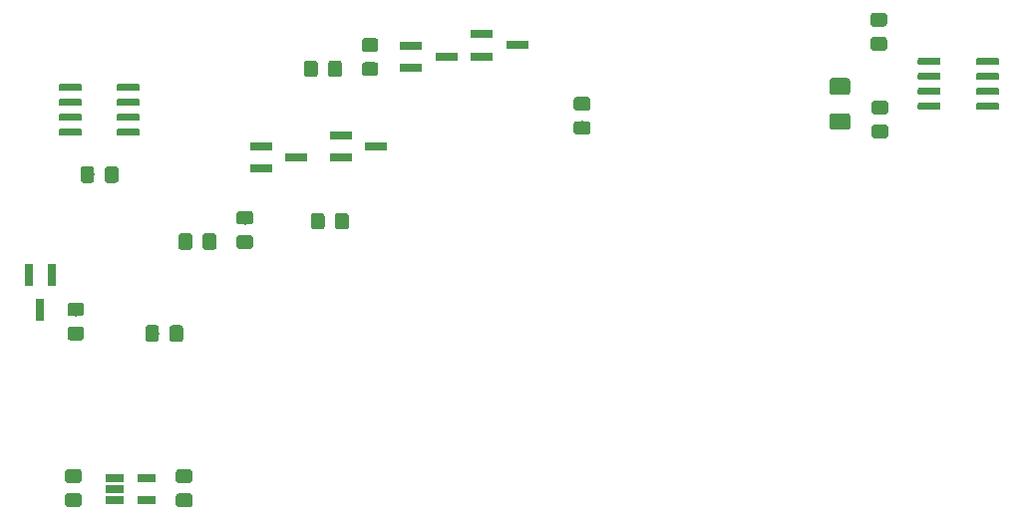
<source format=gbp>
G04 #@! TF.GenerationSoftware,KiCad,Pcbnew,(5.1.2)-1*
G04 #@! TF.CreationDate,2022-03-08T00:19:59-05:00*
G04 #@! TF.ProjectId,telemetry_transmitter,74656c65-6d65-4747-9279-5f7472616e73,rev?*
G04 #@! TF.SameCoordinates,Original*
G04 #@! TF.FileFunction,Paste,Bot*
G04 #@! TF.FilePolarity,Positive*
%FSLAX46Y46*%
G04 Gerber Fmt 4.6, Leading zero omitted, Abs format (unit mm)*
G04 Created by KiCad (PCBNEW (5.1.2)-1) date 2022-03-08 00:19:59*
%MOMM*%
%LPD*%
G04 APERTURE LIST*
%ADD10C,0.100000*%
%ADD11C,1.150000*%
%ADD12C,0.600000*%
%ADD13R,1.560000X0.650000*%
%ADD14R,0.800000X1.900000*%
%ADD15R,1.900000X0.800000*%
%ADD16C,1.425000*%
G04 APERTURE END LIST*
D10*
G36*
X133844825Y-86098404D02*
G01*
X133869093Y-86102004D01*
X133892892Y-86107965D01*
X133915991Y-86116230D01*
X133938170Y-86126720D01*
X133959213Y-86139332D01*
X133978919Y-86153947D01*
X133997097Y-86170423D01*
X134013573Y-86188601D01*
X134028188Y-86208307D01*
X134040800Y-86229350D01*
X134051290Y-86251529D01*
X134059555Y-86274628D01*
X134065516Y-86298427D01*
X134069116Y-86322695D01*
X134070320Y-86347199D01*
X134070320Y-86997201D01*
X134069116Y-87021705D01*
X134065516Y-87045973D01*
X134059555Y-87069772D01*
X134051290Y-87092871D01*
X134040800Y-87115050D01*
X134028188Y-87136093D01*
X134013573Y-87155799D01*
X133997097Y-87173977D01*
X133978919Y-87190453D01*
X133959213Y-87205068D01*
X133938170Y-87217680D01*
X133915991Y-87228170D01*
X133892892Y-87236435D01*
X133869093Y-87242396D01*
X133844825Y-87245996D01*
X133820321Y-87247200D01*
X132920319Y-87247200D01*
X132895815Y-87245996D01*
X132871547Y-87242396D01*
X132847748Y-87236435D01*
X132824649Y-87228170D01*
X132802470Y-87217680D01*
X132781427Y-87205068D01*
X132761721Y-87190453D01*
X132743543Y-87173977D01*
X132727067Y-87155799D01*
X132712452Y-87136093D01*
X132699840Y-87115050D01*
X132689350Y-87092871D01*
X132681085Y-87069772D01*
X132675124Y-87045973D01*
X132671524Y-87021705D01*
X132670320Y-86997201D01*
X132670320Y-86347199D01*
X132671524Y-86322695D01*
X132675124Y-86298427D01*
X132681085Y-86274628D01*
X132689350Y-86251529D01*
X132699840Y-86229350D01*
X132712452Y-86208307D01*
X132727067Y-86188601D01*
X132743543Y-86170423D01*
X132761721Y-86153947D01*
X132781427Y-86139332D01*
X132802470Y-86126720D01*
X132824649Y-86116230D01*
X132847748Y-86107965D01*
X132871547Y-86102004D01*
X132895815Y-86098404D01*
X132920319Y-86097200D01*
X133820321Y-86097200D01*
X133844825Y-86098404D01*
X133844825Y-86098404D01*
G37*
D11*
X133370320Y-86672200D03*
D10*
G36*
X133844825Y-88148404D02*
G01*
X133869093Y-88152004D01*
X133892892Y-88157965D01*
X133915991Y-88166230D01*
X133938170Y-88176720D01*
X133959213Y-88189332D01*
X133978919Y-88203947D01*
X133997097Y-88220423D01*
X134013573Y-88238601D01*
X134028188Y-88258307D01*
X134040800Y-88279350D01*
X134051290Y-88301529D01*
X134059555Y-88324628D01*
X134065516Y-88348427D01*
X134069116Y-88372695D01*
X134070320Y-88397199D01*
X134070320Y-89047201D01*
X134069116Y-89071705D01*
X134065516Y-89095973D01*
X134059555Y-89119772D01*
X134051290Y-89142871D01*
X134040800Y-89165050D01*
X134028188Y-89186093D01*
X134013573Y-89205799D01*
X133997097Y-89223977D01*
X133978919Y-89240453D01*
X133959213Y-89255068D01*
X133938170Y-89267680D01*
X133915991Y-89278170D01*
X133892892Y-89286435D01*
X133869093Y-89292396D01*
X133844825Y-89295996D01*
X133820321Y-89297200D01*
X132920319Y-89297200D01*
X132895815Y-89295996D01*
X132871547Y-89292396D01*
X132847748Y-89286435D01*
X132824649Y-89278170D01*
X132802470Y-89267680D01*
X132781427Y-89255068D01*
X132761721Y-89240453D01*
X132743543Y-89223977D01*
X132727067Y-89205799D01*
X132712452Y-89186093D01*
X132699840Y-89165050D01*
X132689350Y-89142871D01*
X132681085Y-89119772D01*
X132675124Y-89095973D01*
X132671524Y-89071705D01*
X132670320Y-89047201D01*
X132670320Y-88397199D01*
X132671524Y-88372695D01*
X132675124Y-88348427D01*
X132681085Y-88324628D01*
X132689350Y-88301529D01*
X132699840Y-88279350D01*
X132712452Y-88258307D01*
X132727067Y-88238601D01*
X132743543Y-88220423D01*
X132761721Y-88203947D01*
X132781427Y-88189332D01*
X132802470Y-88176720D01*
X132824649Y-88166230D01*
X132847748Y-88157965D01*
X132871547Y-88152004D01*
X132895815Y-88148404D01*
X132920319Y-88147200D01*
X133820321Y-88147200D01*
X133844825Y-88148404D01*
X133844825Y-88148404D01*
G37*
D11*
X133370320Y-88722200D03*
D10*
G36*
X124314703Y-79105722D02*
G01*
X124329264Y-79107882D01*
X124343543Y-79111459D01*
X124357403Y-79116418D01*
X124370710Y-79122712D01*
X124383336Y-79130280D01*
X124395159Y-79139048D01*
X124406066Y-79148934D01*
X124415952Y-79159841D01*
X124424720Y-79171664D01*
X124432288Y-79184290D01*
X124438582Y-79197597D01*
X124443541Y-79211457D01*
X124447118Y-79225736D01*
X124449278Y-79240297D01*
X124450000Y-79255000D01*
X124450000Y-79555000D01*
X124449278Y-79569703D01*
X124447118Y-79584264D01*
X124443541Y-79598543D01*
X124438582Y-79612403D01*
X124432288Y-79625710D01*
X124424720Y-79638336D01*
X124415952Y-79650159D01*
X124406066Y-79661066D01*
X124395159Y-79670952D01*
X124383336Y-79679720D01*
X124370710Y-79687288D01*
X124357403Y-79693582D01*
X124343543Y-79698541D01*
X124329264Y-79702118D01*
X124314703Y-79704278D01*
X124300000Y-79705000D01*
X122650000Y-79705000D01*
X122635297Y-79704278D01*
X122620736Y-79702118D01*
X122606457Y-79698541D01*
X122592597Y-79693582D01*
X122579290Y-79687288D01*
X122566664Y-79679720D01*
X122554841Y-79670952D01*
X122543934Y-79661066D01*
X122534048Y-79650159D01*
X122525280Y-79638336D01*
X122517712Y-79625710D01*
X122511418Y-79612403D01*
X122506459Y-79598543D01*
X122502882Y-79584264D01*
X122500722Y-79569703D01*
X122500000Y-79555000D01*
X122500000Y-79255000D01*
X122500722Y-79240297D01*
X122502882Y-79225736D01*
X122506459Y-79211457D01*
X122511418Y-79197597D01*
X122517712Y-79184290D01*
X122525280Y-79171664D01*
X122534048Y-79159841D01*
X122543934Y-79148934D01*
X122554841Y-79139048D01*
X122566664Y-79130280D01*
X122579290Y-79122712D01*
X122592597Y-79116418D01*
X122606457Y-79111459D01*
X122620736Y-79107882D01*
X122635297Y-79105722D01*
X122650000Y-79105000D01*
X124300000Y-79105000D01*
X124314703Y-79105722D01*
X124314703Y-79105722D01*
G37*
D12*
X123475000Y-79405000D03*
D10*
G36*
X124314703Y-77835722D02*
G01*
X124329264Y-77837882D01*
X124343543Y-77841459D01*
X124357403Y-77846418D01*
X124370710Y-77852712D01*
X124383336Y-77860280D01*
X124395159Y-77869048D01*
X124406066Y-77878934D01*
X124415952Y-77889841D01*
X124424720Y-77901664D01*
X124432288Y-77914290D01*
X124438582Y-77927597D01*
X124443541Y-77941457D01*
X124447118Y-77955736D01*
X124449278Y-77970297D01*
X124450000Y-77985000D01*
X124450000Y-78285000D01*
X124449278Y-78299703D01*
X124447118Y-78314264D01*
X124443541Y-78328543D01*
X124438582Y-78342403D01*
X124432288Y-78355710D01*
X124424720Y-78368336D01*
X124415952Y-78380159D01*
X124406066Y-78391066D01*
X124395159Y-78400952D01*
X124383336Y-78409720D01*
X124370710Y-78417288D01*
X124357403Y-78423582D01*
X124343543Y-78428541D01*
X124329264Y-78432118D01*
X124314703Y-78434278D01*
X124300000Y-78435000D01*
X122650000Y-78435000D01*
X122635297Y-78434278D01*
X122620736Y-78432118D01*
X122606457Y-78428541D01*
X122592597Y-78423582D01*
X122579290Y-78417288D01*
X122566664Y-78409720D01*
X122554841Y-78400952D01*
X122543934Y-78391066D01*
X122534048Y-78380159D01*
X122525280Y-78368336D01*
X122517712Y-78355710D01*
X122511418Y-78342403D01*
X122506459Y-78328543D01*
X122502882Y-78314264D01*
X122500722Y-78299703D01*
X122500000Y-78285000D01*
X122500000Y-77985000D01*
X122500722Y-77970297D01*
X122502882Y-77955736D01*
X122506459Y-77941457D01*
X122511418Y-77927597D01*
X122517712Y-77914290D01*
X122525280Y-77901664D01*
X122534048Y-77889841D01*
X122543934Y-77878934D01*
X122554841Y-77869048D01*
X122566664Y-77860280D01*
X122579290Y-77852712D01*
X122592597Y-77846418D01*
X122606457Y-77841459D01*
X122620736Y-77837882D01*
X122635297Y-77835722D01*
X122650000Y-77835000D01*
X124300000Y-77835000D01*
X124314703Y-77835722D01*
X124314703Y-77835722D01*
G37*
D12*
X123475000Y-78135000D03*
D10*
G36*
X124314703Y-76565722D02*
G01*
X124329264Y-76567882D01*
X124343543Y-76571459D01*
X124357403Y-76576418D01*
X124370710Y-76582712D01*
X124383336Y-76590280D01*
X124395159Y-76599048D01*
X124406066Y-76608934D01*
X124415952Y-76619841D01*
X124424720Y-76631664D01*
X124432288Y-76644290D01*
X124438582Y-76657597D01*
X124443541Y-76671457D01*
X124447118Y-76685736D01*
X124449278Y-76700297D01*
X124450000Y-76715000D01*
X124450000Y-77015000D01*
X124449278Y-77029703D01*
X124447118Y-77044264D01*
X124443541Y-77058543D01*
X124438582Y-77072403D01*
X124432288Y-77085710D01*
X124424720Y-77098336D01*
X124415952Y-77110159D01*
X124406066Y-77121066D01*
X124395159Y-77130952D01*
X124383336Y-77139720D01*
X124370710Y-77147288D01*
X124357403Y-77153582D01*
X124343543Y-77158541D01*
X124329264Y-77162118D01*
X124314703Y-77164278D01*
X124300000Y-77165000D01*
X122650000Y-77165000D01*
X122635297Y-77164278D01*
X122620736Y-77162118D01*
X122606457Y-77158541D01*
X122592597Y-77153582D01*
X122579290Y-77147288D01*
X122566664Y-77139720D01*
X122554841Y-77130952D01*
X122543934Y-77121066D01*
X122534048Y-77110159D01*
X122525280Y-77098336D01*
X122517712Y-77085710D01*
X122511418Y-77072403D01*
X122506459Y-77058543D01*
X122502882Y-77044264D01*
X122500722Y-77029703D01*
X122500000Y-77015000D01*
X122500000Y-76715000D01*
X122500722Y-76700297D01*
X122502882Y-76685736D01*
X122506459Y-76671457D01*
X122511418Y-76657597D01*
X122517712Y-76644290D01*
X122525280Y-76631664D01*
X122534048Y-76619841D01*
X122543934Y-76608934D01*
X122554841Y-76599048D01*
X122566664Y-76590280D01*
X122579290Y-76582712D01*
X122592597Y-76576418D01*
X122606457Y-76571459D01*
X122620736Y-76567882D01*
X122635297Y-76565722D01*
X122650000Y-76565000D01*
X124300000Y-76565000D01*
X124314703Y-76565722D01*
X124314703Y-76565722D01*
G37*
D12*
X123475000Y-76865000D03*
D10*
G36*
X124314703Y-75295722D02*
G01*
X124329264Y-75297882D01*
X124343543Y-75301459D01*
X124357403Y-75306418D01*
X124370710Y-75312712D01*
X124383336Y-75320280D01*
X124395159Y-75329048D01*
X124406066Y-75338934D01*
X124415952Y-75349841D01*
X124424720Y-75361664D01*
X124432288Y-75374290D01*
X124438582Y-75387597D01*
X124443541Y-75401457D01*
X124447118Y-75415736D01*
X124449278Y-75430297D01*
X124450000Y-75445000D01*
X124450000Y-75745000D01*
X124449278Y-75759703D01*
X124447118Y-75774264D01*
X124443541Y-75788543D01*
X124438582Y-75802403D01*
X124432288Y-75815710D01*
X124424720Y-75828336D01*
X124415952Y-75840159D01*
X124406066Y-75851066D01*
X124395159Y-75860952D01*
X124383336Y-75869720D01*
X124370710Y-75877288D01*
X124357403Y-75883582D01*
X124343543Y-75888541D01*
X124329264Y-75892118D01*
X124314703Y-75894278D01*
X124300000Y-75895000D01*
X122650000Y-75895000D01*
X122635297Y-75894278D01*
X122620736Y-75892118D01*
X122606457Y-75888541D01*
X122592597Y-75883582D01*
X122579290Y-75877288D01*
X122566664Y-75869720D01*
X122554841Y-75860952D01*
X122543934Y-75851066D01*
X122534048Y-75840159D01*
X122525280Y-75828336D01*
X122517712Y-75815710D01*
X122511418Y-75802403D01*
X122506459Y-75788543D01*
X122502882Y-75774264D01*
X122500722Y-75759703D01*
X122500000Y-75745000D01*
X122500000Y-75445000D01*
X122500722Y-75430297D01*
X122502882Y-75415736D01*
X122506459Y-75401457D01*
X122511418Y-75387597D01*
X122517712Y-75374290D01*
X122525280Y-75361664D01*
X122534048Y-75349841D01*
X122543934Y-75338934D01*
X122554841Y-75329048D01*
X122566664Y-75320280D01*
X122579290Y-75312712D01*
X122592597Y-75306418D01*
X122606457Y-75301459D01*
X122620736Y-75297882D01*
X122635297Y-75295722D01*
X122650000Y-75295000D01*
X124300000Y-75295000D01*
X124314703Y-75295722D01*
X124314703Y-75295722D01*
G37*
D12*
X123475000Y-75595000D03*
D10*
G36*
X119364703Y-75295722D02*
G01*
X119379264Y-75297882D01*
X119393543Y-75301459D01*
X119407403Y-75306418D01*
X119420710Y-75312712D01*
X119433336Y-75320280D01*
X119445159Y-75329048D01*
X119456066Y-75338934D01*
X119465952Y-75349841D01*
X119474720Y-75361664D01*
X119482288Y-75374290D01*
X119488582Y-75387597D01*
X119493541Y-75401457D01*
X119497118Y-75415736D01*
X119499278Y-75430297D01*
X119500000Y-75445000D01*
X119500000Y-75745000D01*
X119499278Y-75759703D01*
X119497118Y-75774264D01*
X119493541Y-75788543D01*
X119488582Y-75802403D01*
X119482288Y-75815710D01*
X119474720Y-75828336D01*
X119465952Y-75840159D01*
X119456066Y-75851066D01*
X119445159Y-75860952D01*
X119433336Y-75869720D01*
X119420710Y-75877288D01*
X119407403Y-75883582D01*
X119393543Y-75888541D01*
X119379264Y-75892118D01*
X119364703Y-75894278D01*
X119350000Y-75895000D01*
X117700000Y-75895000D01*
X117685297Y-75894278D01*
X117670736Y-75892118D01*
X117656457Y-75888541D01*
X117642597Y-75883582D01*
X117629290Y-75877288D01*
X117616664Y-75869720D01*
X117604841Y-75860952D01*
X117593934Y-75851066D01*
X117584048Y-75840159D01*
X117575280Y-75828336D01*
X117567712Y-75815710D01*
X117561418Y-75802403D01*
X117556459Y-75788543D01*
X117552882Y-75774264D01*
X117550722Y-75759703D01*
X117550000Y-75745000D01*
X117550000Y-75445000D01*
X117550722Y-75430297D01*
X117552882Y-75415736D01*
X117556459Y-75401457D01*
X117561418Y-75387597D01*
X117567712Y-75374290D01*
X117575280Y-75361664D01*
X117584048Y-75349841D01*
X117593934Y-75338934D01*
X117604841Y-75329048D01*
X117616664Y-75320280D01*
X117629290Y-75312712D01*
X117642597Y-75306418D01*
X117656457Y-75301459D01*
X117670736Y-75297882D01*
X117685297Y-75295722D01*
X117700000Y-75295000D01*
X119350000Y-75295000D01*
X119364703Y-75295722D01*
X119364703Y-75295722D01*
G37*
D12*
X118525000Y-75595000D03*
D10*
G36*
X119364703Y-76565722D02*
G01*
X119379264Y-76567882D01*
X119393543Y-76571459D01*
X119407403Y-76576418D01*
X119420710Y-76582712D01*
X119433336Y-76590280D01*
X119445159Y-76599048D01*
X119456066Y-76608934D01*
X119465952Y-76619841D01*
X119474720Y-76631664D01*
X119482288Y-76644290D01*
X119488582Y-76657597D01*
X119493541Y-76671457D01*
X119497118Y-76685736D01*
X119499278Y-76700297D01*
X119500000Y-76715000D01*
X119500000Y-77015000D01*
X119499278Y-77029703D01*
X119497118Y-77044264D01*
X119493541Y-77058543D01*
X119488582Y-77072403D01*
X119482288Y-77085710D01*
X119474720Y-77098336D01*
X119465952Y-77110159D01*
X119456066Y-77121066D01*
X119445159Y-77130952D01*
X119433336Y-77139720D01*
X119420710Y-77147288D01*
X119407403Y-77153582D01*
X119393543Y-77158541D01*
X119379264Y-77162118D01*
X119364703Y-77164278D01*
X119350000Y-77165000D01*
X117700000Y-77165000D01*
X117685297Y-77164278D01*
X117670736Y-77162118D01*
X117656457Y-77158541D01*
X117642597Y-77153582D01*
X117629290Y-77147288D01*
X117616664Y-77139720D01*
X117604841Y-77130952D01*
X117593934Y-77121066D01*
X117584048Y-77110159D01*
X117575280Y-77098336D01*
X117567712Y-77085710D01*
X117561418Y-77072403D01*
X117556459Y-77058543D01*
X117552882Y-77044264D01*
X117550722Y-77029703D01*
X117550000Y-77015000D01*
X117550000Y-76715000D01*
X117550722Y-76700297D01*
X117552882Y-76685736D01*
X117556459Y-76671457D01*
X117561418Y-76657597D01*
X117567712Y-76644290D01*
X117575280Y-76631664D01*
X117584048Y-76619841D01*
X117593934Y-76608934D01*
X117604841Y-76599048D01*
X117616664Y-76590280D01*
X117629290Y-76582712D01*
X117642597Y-76576418D01*
X117656457Y-76571459D01*
X117670736Y-76567882D01*
X117685297Y-76565722D01*
X117700000Y-76565000D01*
X119350000Y-76565000D01*
X119364703Y-76565722D01*
X119364703Y-76565722D01*
G37*
D12*
X118525000Y-76865000D03*
D10*
G36*
X119364703Y-77835722D02*
G01*
X119379264Y-77837882D01*
X119393543Y-77841459D01*
X119407403Y-77846418D01*
X119420710Y-77852712D01*
X119433336Y-77860280D01*
X119445159Y-77869048D01*
X119456066Y-77878934D01*
X119465952Y-77889841D01*
X119474720Y-77901664D01*
X119482288Y-77914290D01*
X119488582Y-77927597D01*
X119493541Y-77941457D01*
X119497118Y-77955736D01*
X119499278Y-77970297D01*
X119500000Y-77985000D01*
X119500000Y-78285000D01*
X119499278Y-78299703D01*
X119497118Y-78314264D01*
X119493541Y-78328543D01*
X119488582Y-78342403D01*
X119482288Y-78355710D01*
X119474720Y-78368336D01*
X119465952Y-78380159D01*
X119456066Y-78391066D01*
X119445159Y-78400952D01*
X119433336Y-78409720D01*
X119420710Y-78417288D01*
X119407403Y-78423582D01*
X119393543Y-78428541D01*
X119379264Y-78432118D01*
X119364703Y-78434278D01*
X119350000Y-78435000D01*
X117700000Y-78435000D01*
X117685297Y-78434278D01*
X117670736Y-78432118D01*
X117656457Y-78428541D01*
X117642597Y-78423582D01*
X117629290Y-78417288D01*
X117616664Y-78409720D01*
X117604841Y-78400952D01*
X117593934Y-78391066D01*
X117584048Y-78380159D01*
X117575280Y-78368336D01*
X117567712Y-78355710D01*
X117561418Y-78342403D01*
X117556459Y-78328543D01*
X117552882Y-78314264D01*
X117550722Y-78299703D01*
X117550000Y-78285000D01*
X117550000Y-77985000D01*
X117550722Y-77970297D01*
X117552882Y-77955736D01*
X117556459Y-77941457D01*
X117561418Y-77927597D01*
X117567712Y-77914290D01*
X117575280Y-77901664D01*
X117584048Y-77889841D01*
X117593934Y-77878934D01*
X117604841Y-77869048D01*
X117616664Y-77860280D01*
X117629290Y-77852712D01*
X117642597Y-77846418D01*
X117656457Y-77841459D01*
X117670736Y-77837882D01*
X117685297Y-77835722D01*
X117700000Y-77835000D01*
X119350000Y-77835000D01*
X119364703Y-77835722D01*
X119364703Y-77835722D01*
G37*
D12*
X118525000Y-78135000D03*
D10*
G36*
X119364703Y-79105722D02*
G01*
X119379264Y-79107882D01*
X119393543Y-79111459D01*
X119407403Y-79116418D01*
X119420710Y-79122712D01*
X119433336Y-79130280D01*
X119445159Y-79139048D01*
X119456066Y-79148934D01*
X119465952Y-79159841D01*
X119474720Y-79171664D01*
X119482288Y-79184290D01*
X119488582Y-79197597D01*
X119493541Y-79211457D01*
X119497118Y-79225736D01*
X119499278Y-79240297D01*
X119500000Y-79255000D01*
X119500000Y-79555000D01*
X119499278Y-79569703D01*
X119497118Y-79584264D01*
X119493541Y-79598543D01*
X119488582Y-79612403D01*
X119482288Y-79625710D01*
X119474720Y-79638336D01*
X119465952Y-79650159D01*
X119456066Y-79661066D01*
X119445159Y-79670952D01*
X119433336Y-79679720D01*
X119420710Y-79687288D01*
X119407403Y-79693582D01*
X119393543Y-79698541D01*
X119379264Y-79702118D01*
X119364703Y-79704278D01*
X119350000Y-79705000D01*
X117700000Y-79705000D01*
X117685297Y-79704278D01*
X117670736Y-79702118D01*
X117656457Y-79698541D01*
X117642597Y-79693582D01*
X117629290Y-79687288D01*
X117616664Y-79679720D01*
X117604841Y-79670952D01*
X117593934Y-79661066D01*
X117584048Y-79650159D01*
X117575280Y-79638336D01*
X117567712Y-79625710D01*
X117561418Y-79612403D01*
X117556459Y-79598543D01*
X117552882Y-79584264D01*
X117550722Y-79569703D01*
X117550000Y-79555000D01*
X117550000Y-79255000D01*
X117550722Y-79240297D01*
X117552882Y-79225736D01*
X117556459Y-79211457D01*
X117561418Y-79197597D01*
X117567712Y-79184290D01*
X117575280Y-79171664D01*
X117584048Y-79159841D01*
X117593934Y-79148934D01*
X117604841Y-79139048D01*
X117616664Y-79130280D01*
X117629290Y-79122712D01*
X117642597Y-79116418D01*
X117656457Y-79111459D01*
X117670736Y-79107882D01*
X117685297Y-79105722D01*
X117700000Y-79105000D01*
X119350000Y-79105000D01*
X119364703Y-79105722D01*
X119364703Y-79105722D01*
G37*
D12*
X118525000Y-79405000D03*
D10*
G36*
X119474505Y-93876204D02*
G01*
X119498773Y-93879804D01*
X119522572Y-93885765D01*
X119545671Y-93894030D01*
X119567850Y-93904520D01*
X119588893Y-93917132D01*
X119608599Y-93931747D01*
X119626777Y-93948223D01*
X119643253Y-93966401D01*
X119657868Y-93986107D01*
X119670480Y-94007150D01*
X119680970Y-94029329D01*
X119689235Y-94052428D01*
X119695196Y-94076227D01*
X119698796Y-94100495D01*
X119700000Y-94124999D01*
X119700000Y-94775001D01*
X119698796Y-94799505D01*
X119695196Y-94823773D01*
X119689235Y-94847572D01*
X119680970Y-94870671D01*
X119670480Y-94892850D01*
X119657868Y-94913893D01*
X119643253Y-94933599D01*
X119626777Y-94951777D01*
X119608599Y-94968253D01*
X119588893Y-94982868D01*
X119567850Y-94995480D01*
X119545671Y-95005970D01*
X119522572Y-95014235D01*
X119498773Y-95020196D01*
X119474505Y-95023796D01*
X119450001Y-95025000D01*
X118549999Y-95025000D01*
X118525495Y-95023796D01*
X118501227Y-95020196D01*
X118477428Y-95014235D01*
X118454329Y-95005970D01*
X118432150Y-94995480D01*
X118411107Y-94982868D01*
X118391401Y-94968253D01*
X118373223Y-94951777D01*
X118356747Y-94933599D01*
X118342132Y-94913893D01*
X118329520Y-94892850D01*
X118319030Y-94870671D01*
X118310765Y-94847572D01*
X118304804Y-94823773D01*
X118301204Y-94799505D01*
X118300000Y-94775001D01*
X118300000Y-94124999D01*
X118301204Y-94100495D01*
X118304804Y-94076227D01*
X118310765Y-94052428D01*
X118319030Y-94029329D01*
X118329520Y-94007150D01*
X118342132Y-93986107D01*
X118356747Y-93966401D01*
X118373223Y-93948223D01*
X118391401Y-93931747D01*
X118411107Y-93917132D01*
X118432150Y-93904520D01*
X118454329Y-93894030D01*
X118477428Y-93885765D01*
X118501227Y-93879804D01*
X118525495Y-93876204D01*
X118549999Y-93875000D01*
X119450001Y-93875000D01*
X119474505Y-93876204D01*
X119474505Y-93876204D01*
G37*
D11*
X119000000Y-94450000D03*
D10*
G36*
X119474505Y-95926204D02*
G01*
X119498773Y-95929804D01*
X119522572Y-95935765D01*
X119545671Y-95944030D01*
X119567850Y-95954520D01*
X119588893Y-95967132D01*
X119608599Y-95981747D01*
X119626777Y-95998223D01*
X119643253Y-96016401D01*
X119657868Y-96036107D01*
X119670480Y-96057150D01*
X119680970Y-96079329D01*
X119689235Y-96102428D01*
X119695196Y-96126227D01*
X119698796Y-96150495D01*
X119700000Y-96174999D01*
X119700000Y-96825001D01*
X119698796Y-96849505D01*
X119695196Y-96873773D01*
X119689235Y-96897572D01*
X119680970Y-96920671D01*
X119670480Y-96942850D01*
X119657868Y-96963893D01*
X119643253Y-96983599D01*
X119626777Y-97001777D01*
X119608599Y-97018253D01*
X119588893Y-97032868D01*
X119567850Y-97045480D01*
X119545671Y-97055970D01*
X119522572Y-97064235D01*
X119498773Y-97070196D01*
X119474505Y-97073796D01*
X119450001Y-97075000D01*
X118549999Y-97075000D01*
X118525495Y-97073796D01*
X118501227Y-97070196D01*
X118477428Y-97064235D01*
X118454329Y-97055970D01*
X118432150Y-97045480D01*
X118411107Y-97032868D01*
X118391401Y-97018253D01*
X118373223Y-97001777D01*
X118356747Y-96983599D01*
X118342132Y-96963893D01*
X118329520Y-96942850D01*
X118319030Y-96920671D01*
X118310765Y-96897572D01*
X118304804Y-96873773D01*
X118301204Y-96849505D01*
X118300000Y-96825001D01*
X118300000Y-96174999D01*
X118301204Y-96150495D01*
X118304804Y-96126227D01*
X118310765Y-96102428D01*
X118319030Y-96079329D01*
X118329520Y-96057150D01*
X118342132Y-96036107D01*
X118356747Y-96016401D01*
X118373223Y-95998223D01*
X118391401Y-95981747D01*
X118411107Y-95967132D01*
X118432150Y-95954520D01*
X118454329Y-95944030D01*
X118477428Y-95935765D01*
X118501227Y-95929804D01*
X118525495Y-95926204D01*
X118549999Y-95925000D01*
X119450001Y-95925000D01*
X119474505Y-95926204D01*
X119474505Y-95926204D01*
G37*
D11*
X119000000Y-96500000D03*
D10*
G36*
X125849505Y-95801204D02*
G01*
X125873773Y-95804804D01*
X125897572Y-95810765D01*
X125920671Y-95819030D01*
X125942850Y-95829520D01*
X125963893Y-95842132D01*
X125983599Y-95856747D01*
X126001777Y-95873223D01*
X126018253Y-95891401D01*
X126032868Y-95911107D01*
X126045480Y-95932150D01*
X126055970Y-95954329D01*
X126064235Y-95977428D01*
X126070196Y-96001227D01*
X126073796Y-96025495D01*
X126075000Y-96049999D01*
X126075000Y-96950001D01*
X126073796Y-96974505D01*
X126070196Y-96998773D01*
X126064235Y-97022572D01*
X126055970Y-97045671D01*
X126045480Y-97067850D01*
X126032868Y-97088893D01*
X126018253Y-97108599D01*
X126001777Y-97126777D01*
X125983599Y-97143253D01*
X125963893Y-97157868D01*
X125942850Y-97170480D01*
X125920671Y-97180970D01*
X125897572Y-97189235D01*
X125873773Y-97195196D01*
X125849505Y-97198796D01*
X125825001Y-97200000D01*
X125174999Y-97200000D01*
X125150495Y-97198796D01*
X125126227Y-97195196D01*
X125102428Y-97189235D01*
X125079329Y-97180970D01*
X125057150Y-97170480D01*
X125036107Y-97157868D01*
X125016401Y-97143253D01*
X124998223Y-97126777D01*
X124981747Y-97108599D01*
X124967132Y-97088893D01*
X124954520Y-97067850D01*
X124944030Y-97045671D01*
X124935765Y-97022572D01*
X124929804Y-96998773D01*
X124926204Y-96974505D01*
X124925000Y-96950001D01*
X124925000Y-96049999D01*
X124926204Y-96025495D01*
X124929804Y-96001227D01*
X124935765Y-95977428D01*
X124944030Y-95954329D01*
X124954520Y-95932150D01*
X124967132Y-95911107D01*
X124981747Y-95891401D01*
X124998223Y-95873223D01*
X125016401Y-95856747D01*
X125036107Y-95842132D01*
X125057150Y-95829520D01*
X125079329Y-95819030D01*
X125102428Y-95810765D01*
X125126227Y-95804804D01*
X125150495Y-95801204D01*
X125174999Y-95800000D01*
X125825001Y-95800000D01*
X125849505Y-95801204D01*
X125849505Y-95801204D01*
G37*
D11*
X125500000Y-96500000D03*
D10*
G36*
X127899505Y-95801204D02*
G01*
X127923773Y-95804804D01*
X127947572Y-95810765D01*
X127970671Y-95819030D01*
X127992850Y-95829520D01*
X128013893Y-95842132D01*
X128033599Y-95856747D01*
X128051777Y-95873223D01*
X128068253Y-95891401D01*
X128082868Y-95911107D01*
X128095480Y-95932150D01*
X128105970Y-95954329D01*
X128114235Y-95977428D01*
X128120196Y-96001227D01*
X128123796Y-96025495D01*
X128125000Y-96049999D01*
X128125000Y-96950001D01*
X128123796Y-96974505D01*
X128120196Y-96998773D01*
X128114235Y-97022572D01*
X128105970Y-97045671D01*
X128095480Y-97067850D01*
X128082868Y-97088893D01*
X128068253Y-97108599D01*
X128051777Y-97126777D01*
X128033599Y-97143253D01*
X128013893Y-97157868D01*
X127992850Y-97170480D01*
X127970671Y-97180970D01*
X127947572Y-97189235D01*
X127923773Y-97195196D01*
X127899505Y-97198796D01*
X127875001Y-97200000D01*
X127224999Y-97200000D01*
X127200495Y-97198796D01*
X127176227Y-97195196D01*
X127152428Y-97189235D01*
X127129329Y-97180970D01*
X127107150Y-97170480D01*
X127086107Y-97157868D01*
X127066401Y-97143253D01*
X127048223Y-97126777D01*
X127031747Y-97108599D01*
X127017132Y-97088893D01*
X127004520Y-97067850D01*
X126994030Y-97045671D01*
X126985765Y-97022572D01*
X126979804Y-96998773D01*
X126976204Y-96974505D01*
X126975000Y-96950001D01*
X126975000Y-96049999D01*
X126976204Y-96025495D01*
X126979804Y-96001227D01*
X126985765Y-95977428D01*
X126994030Y-95954329D01*
X127004520Y-95932150D01*
X127017132Y-95911107D01*
X127031747Y-95891401D01*
X127048223Y-95873223D01*
X127066401Y-95856747D01*
X127086107Y-95842132D01*
X127107150Y-95829520D01*
X127129329Y-95819030D01*
X127152428Y-95810765D01*
X127176227Y-95804804D01*
X127200495Y-95801204D01*
X127224999Y-95800000D01*
X127875001Y-95800000D01*
X127899505Y-95801204D01*
X127899505Y-95801204D01*
G37*
D11*
X127550000Y-96500000D03*
D10*
G36*
X197274703Y-76899722D02*
G01*
X197289264Y-76901882D01*
X197303543Y-76905459D01*
X197317403Y-76910418D01*
X197330710Y-76916712D01*
X197343336Y-76924280D01*
X197355159Y-76933048D01*
X197366066Y-76942934D01*
X197375952Y-76953841D01*
X197384720Y-76965664D01*
X197392288Y-76978290D01*
X197398582Y-76991597D01*
X197403541Y-77005457D01*
X197407118Y-77019736D01*
X197409278Y-77034297D01*
X197410000Y-77049000D01*
X197410000Y-77349000D01*
X197409278Y-77363703D01*
X197407118Y-77378264D01*
X197403541Y-77392543D01*
X197398582Y-77406403D01*
X197392288Y-77419710D01*
X197384720Y-77432336D01*
X197375952Y-77444159D01*
X197366066Y-77455066D01*
X197355159Y-77464952D01*
X197343336Y-77473720D01*
X197330710Y-77481288D01*
X197317403Y-77487582D01*
X197303543Y-77492541D01*
X197289264Y-77496118D01*
X197274703Y-77498278D01*
X197260000Y-77499000D01*
X195610000Y-77499000D01*
X195595297Y-77498278D01*
X195580736Y-77496118D01*
X195566457Y-77492541D01*
X195552597Y-77487582D01*
X195539290Y-77481288D01*
X195526664Y-77473720D01*
X195514841Y-77464952D01*
X195503934Y-77455066D01*
X195494048Y-77444159D01*
X195485280Y-77432336D01*
X195477712Y-77419710D01*
X195471418Y-77406403D01*
X195466459Y-77392543D01*
X195462882Y-77378264D01*
X195460722Y-77363703D01*
X195460000Y-77349000D01*
X195460000Y-77049000D01*
X195460722Y-77034297D01*
X195462882Y-77019736D01*
X195466459Y-77005457D01*
X195471418Y-76991597D01*
X195477712Y-76978290D01*
X195485280Y-76965664D01*
X195494048Y-76953841D01*
X195503934Y-76942934D01*
X195514841Y-76933048D01*
X195526664Y-76924280D01*
X195539290Y-76916712D01*
X195552597Y-76910418D01*
X195566457Y-76905459D01*
X195580736Y-76901882D01*
X195595297Y-76899722D01*
X195610000Y-76899000D01*
X197260000Y-76899000D01*
X197274703Y-76899722D01*
X197274703Y-76899722D01*
G37*
D12*
X196435000Y-77199000D03*
D10*
G36*
X197274703Y-75629722D02*
G01*
X197289264Y-75631882D01*
X197303543Y-75635459D01*
X197317403Y-75640418D01*
X197330710Y-75646712D01*
X197343336Y-75654280D01*
X197355159Y-75663048D01*
X197366066Y-75672934D01*
X197375952Y-75683841D01*
X197384720Y-75695664D01*
X197392288Y-75708290D01*
X197398582Y-75721597D01*
X197403541Y-75735457D01*
X197407118Y-75749736D01*
X197409278Y-75764297D01*
X197410000Y-75779000D01*
X197410000Y-76079000D01*
X197409278Y-76093703D01*
X197407118Y-76108264D01*
X197403541Y-76122543D01*
X197398582Y-76136403D01*
X197392288Y-76149710D01*
X197384720Y-76162336D01*
X197375952Y-76174159D01*
X197366066Y-76185066D01*
X197355159Y-76194952D01*
X197343336Y-76203720D01*
X197330710Y-76211288D01*
X197317403Y-76217582D01*
X197303543Y-76222541D01*
X197289264Y-76226118D01*
X197274703Y-76228278D01*
X197260000Y-76229000D01*
X195610000Y-76229000D01*
X195595297Y-76228278D01*
X195580736Y-76226118D01*
X195566457Y-76222541D01*
X195552597Y-76217582D01*
X195539290Y-76211288D01*
X195526664Y-76203720D01*
X195514841Y-76194952D01*
X195503934Y-76185066D01*
X195494048Y-76174159D01*
X195485280Y-76162336D01*
X195477712Y-76149710D01*
X195471418Y-76136403D01*
X195466459Y-76122543D01*
X195462882Y-76108264D01*
X195460722Y-76093703D01*
X195460000Y-76079000D01*
X195460000Y-75779000D01*
X195460722Y-75764297D01*
X195462882Y-75749736D01*
X195466459Y-75735457D01*
X195471418Y-75721597D01*
X195477712Y-75708290D01*
X195485280Y-75695664D01*
X195494048Y-75683841D01*
X195503934Y-75672934D01*
X195514841Y-75663048D01*
X195526664Y-75654280D01*
X195539290Y-75646712D01*
X195552597Y-75640418D01*
X195566457Y-75635459D01*
X195580736Y-75631882D01*
X195595297Y-75629722D01*
X195610000Y-75629000D01*
X197260000Y-75629000D01*
X197274703Y-75629722D01*
X197274703Y-75629722D01*
G37*
D12*
X196435000Y-75929000D03*
D10*
G36*
X197274703Y-74359722D02*
G01*
X197289264Y-74361882D01*
X197303543Y-74365459D01*
X197317403Y-74370418D01*
X197330710Y-74376712D01*
X197343336Y-74384280D01*
X197355159Y-74393048D01*
X197366066Y-74402934D01*
X197375952Y-74413841D01*
X197384720Y-74425664D01*
X197392288Y-74438290D01*
X197398582Y-74451597D01*
X197403541Y-74465457D01*
X197407118Y-74479736D01*
X197409278Y-74494297D01*
X197410000Y-74509000D01*
X197410000Y-74809000D01*
X197409278Y-74823703D01*
X197407118Y-74838264D01*
X197403541Y-74852543D01*
X197398582Y-74866403D01*
X197392288Y-74879710D01*
X197384720Y-74892336D01*
X197375952Y-74904159D01*
X197366066Y-74915066D01*
X197355159Y-74924952D01*
X197343336Y-74933720D01*
X197330710Y-74941288D01*
X197317403Y-74947582D01*
X197303543Y-74952541D01*
X197289264Y-74956118D01*
X197274703Y-74958278D01*
X197260000Y-74959000D01*
X195610000Y-74959000D01*
X195595297Y-74958278D01*
X195580736Y-74956118D01*
X195566457Y-74952541D01*
X195552597Y-74947582D01*
X195539290Y-74941288D01*
X195526664Y-74933720D01*
X195514841Y-74924952D01*
X195503934Y-74915066D01*
X195494048Y-74904159D01*
X195485280Y-74892336D01*
X195477712Y-74879710D01*
X195471418Y-74866403D01*
X195466459Y-74852543D01*
X195462882Y-74838264D01*
X195460722Y-74823703D01*
X195460000Y-74809000D01*
X195460000Y-74509000D01*
X195460722Y-74494297D01*
X195462882Y-74479736D01*
X195466459Y-74465457D01*
X195471418Y-74451597D01*
X195477712Y-74438290D01*
X195485280Y-74425664D01*
X195494048Y-74413841D01*
X195503934Y-74402934D01*
X195514841Y-74393048D01*
X195526664Y-74384280D01*
X195539290Y-74376712D01*
X195552597Y-74370418D01*
X195566457Y-74365459D01*
X195580736Y-74361882D01*
X195595297Y-74359722D01*
X195610000Y-74359000D01*
X197260000Y-74359000D01*
X197274703Y-74359722D01*
X197274703Y-74359722D01*
G37*
D12*
X196435000Y-74659000D03*
D10*
G36*
X197274703Y-73089722D02*
G01*
X197289264Y-73091882D01*
X197303543Y-73095459D01*
X197317403Y-73100418D01*
X197330710Y-73106712D01*
X197343336Y-73114280D01*
X197355159Y-73123048D01*
X197366066Y-73132934D01*
X197375952Y-73143841D01*
X197384720Y-73155664D01*
X197392288Y-73168290D01*
X197398582Y-73181597D01*
X197403541Y-73195457D01*
X197407118Y-73209736D01*
X197409278Y-73224297D01*
X197410000Y-73239000D01*
X197410000Y-73539000D01*
X197409278Y-73553703D01*
X197407118Y-73568264D01*
X197403541Y-73582543D01*
X197398582Y-73596403D01*
X197392288Y-73609710D01*
X197384720Y-73622336D01*
X197375952Y-73634159D01*
X197366066Y-73645066D01*
X197355159Y-73654952D01*
X197343336Y-73663720D01*
X197330710Y-73671288D01*
X197317403Y-73677582D01*
X197303543Y-73682541D01*
X197289264Y-73686118D01*
X197274703Y-73688278D01*
X197260000Y-73689000D01*
X195610000Y-73689000D01*
X195595297Y-73688278D01*
X195580736Y-73686118D01*
X195566457Y-73682541D01*
X195552597Y-73677582D01*
X195539290Y-73671288D01*
X195526664Y-73663720D01*
X195514841Y-73654952D01*
X195503934Y-73645066D01*
X195494048Y-73634159D01*
X195485280Y-73622336D01*
X195477712Y-73609710D01*
X195471418Y-73596403D01*
X195466459Y-73582543D01*
X195462882Y-73568264D01*
X195460722Y-73553703D01*
X195460000Y-73539000D01*
X195460000Y-73239000D01*
X195460722Y-73224297D01*
X195462882Y-73209736D01*
X195466459Y-73195457D01*
X195471418Y-73181597D01*
X195477712Y-73168290D01*
X195485280Y-73155664D01*
X195494048Y-73143841D01*
X195503934Y-73132934D01*
X195514841Y-73123048D01*
X195526664Y-73114280D01*
X195539290Y-73106712D01*
X195552597Y-73100418D01*
X195566457Y-73095459D01*
X195580736Y-73091882D01*
X195595297Y-73089722D01*
X195610000Y-73089000D01*
X197260000Y-73089000D01*
X197274703Y-73089722D01*
X197274703Y-73089722D01*
G37*
D12*
X196435000Y-73389000D03*
D10*
G36*
X192324703Y-73089722D02*
G01*
X192339264Y-73091882D01*
X192353543Y-73095459D01*
X192367403Y-73100418D01*
X192380710Y-73106712D01*
X192393336Y-73114280D01*
X192405159Y-73123048D01*
X192416066Y-73132934D01*
X192425952Y-73143841D01*
X192434720Y-73155664D01*
X192442288Y-73168290D01*
X192448582Y-73181597D01*
X192453541Y-73195457D01*
X192457118Y-73209736D01*
X192459278Y-73224297D01*
X192460000Y-73239000D01*
X192460000Y-73539000D01*
X192459278Y-73553703D01*
X192457118Y-73568264D01*
X192453541Y-73582543D01*
X192448582Y-73596403D01*
X192442288Y-73609710D01*
X192434720Y-73622336D01*
X192425952Y-73634159D01*
X192416066Y-73645066D01*
X192405159Y-73654952D01*
X192393336Y-73663720D01*
X192380710Y-73671288D01*
X192367403Y-73677582D01*
X192353543Y-73682541D01*
X192339264Y-73686118D01*
X192324703Y-73688278D01*
X192310000Y-73689000D01*
X190660000Y-73689000D01*
X190645297Y-73688278D01*
X190630736Y-73686118D01*
X190616457Y-73682541D01*
X190602597Y-73677582D01*
X190589290Y-73671288D01*
X190576664Y-73663720D01*
X190564841Y-73654952D01*
X190553934Y-73645066D01*
X190544048Y-73634159D01*
X190535280Y-73622336D01*
X190527712Y-73609710D01*
X190521418Y-73596403D01*
X190516459Y-73582543D01*
X190512882Y-73568264D01*
X190510722Y-73553703D01*
X190510000Y-73539000D01*
X190510000Y-73239000D01*
X190510722Y-73224297D01*
X190512882Y-73209736D01*
X190516459Y-73195457D01*
X190521418Y-73181597D01*
X190527712Y-73168290D01*
X190535280Y-73155664D01*
X190544048Y-73143841D01*
X190553934Y-73132934D01*
X190564841Y-73123048D01*
X190576664Y-73114280D01*
X190589290Y-73106712D01*
X190602597Y-73100418D01*
X190616457Y-73095459D01*
X190630736Y-73091882D01*
X190645297Y-73089722D01*
X190660000Y-73089000D01*
X192310000Y-73089000D01*
X192324703Y-73089722D01*
X192324703Y-73089722D01*
G37*
D12*
X191485000Y-73389000D03*
D10*
G36*
X192324703Y-74359722D02*
G01*
X192339264Y-74361882D01*
X192353543Y-74365459D01*
X192367403Y-74370418D01*
X192380710Y-74376712D01*
X192393336Y-74384280D01*
X192405159Y-74393048D01*
X192416066Y-74402934D01*
X192425952Y-74413841D01*
X192434720Y-74425664D01*
X192442288Y-74438290D01*
X192448582Y-74451597D01*
X192453541Y-74465457D01*
X192457118Y-74479736D01*
X192459278Y-74494297D01*
X192460000Y-74509000D01*
X192460000Y-74809000D01*
X192459278Y-74823703D01*
X192457118Y-74838264D01*
X192453541Y-74852543D01*
X192448582Y-74866403D01*
X192442288Y-74879710D01*
X192434720Y-74892336D01*
X192425952Y-74904159D01*
X192416066Y-74915066D01*
X192405159Y-74924952D01*
X192393336Y-74933720D01*
X192380710Y-74941288D01*
X192367403Y-74947582D01*
X192353543Y-74952541D01*
X192339264Y-74956118D01*
X192324703Y-74958278D01*
X192310000Y-74959000D01*
X190660000Y-74959000D01*
X190645297Y-74958278D01*
X190630736Y-74956118D01*
X190616457Y-74952541D01*
X190602597Y-74947582D01*
X190589290Y-74941288D01*
X190576664Y-74933720D01*
X190564841Y-74924952D01*
X190553934Y-74915066D01*
X190544048Y-74904159D01*
X190535280Y-74892336D01*
X190527712Y-74879710D01*
X190521418Y-74866403D01*
X190516459Y-74852543D01*
X190512882Y-74838264D01*
X190510722Y-74823703D01*
X190510000Y-74809000D01*
X190510000Y-74509000D01*
X190510722Y-74494297D01*
X190512882Y-74479736D01*
X190516459Y-74465457D01*
X190521418Y-74451597D01*
X190527712Y-74438290D01*
X190535280Y-74425664D01*
X190544048Y-74413841D01*
X190553934Y-74402934D01*
X190564841Y-74393048D01*
X190576664Y-74384280D01*
X190589290Y-74376712D01*
X190602597Y-74370418D01*
X190616457Y-74365459D01*
X190630736Y-74361882D01*
X190645297Y-74359722D01*
X190660000Y-74359000D01*
X192310000Y-74359000D01*
X192324703Y-74359722D01*
X192324703Y-74359722D01*
G37*
D12*
X191485000Y-74659000D03*
D10*
G36*
X192324703Y-75629722D02*
G01*
X192339264Y-75631882D01*
X192353543Y-75635459D01*
X192367403Y-75640418D01*
X192380710Y-75646712D01*
X192393336Y-75654280D01*
X192405159Y-75663048D01*
X192416066Y-75672934D01*
X192425952Y-75683841D01*
X192434720Y-75695664D01*
X192442288Y-75708290D01*
X192448582Y-75721597D01*
X192453541Y-75735457D01*
X192457118Y-75749736D01*
X192459278Y-75764297D01*
X192460000Y-75779000D01*
X192460000Y-76079000D01*
X192459278Y-76093703D01*
X192457118Y-76108264D01*
X192453541Y-76122543D01*
X192448582Y-76136403D01*
X192442288Y-76149710D01*
X192434720Y-76162336D01*
X192425952Y-76174159D01*
X192416066Y-76185066D01*
X192405159Y-76194952D01*
X192393336Y-76203720D01*
X192380710Y-76211288D01*
X192367403Y-76217582D01*
X192353543Y-76222541D01*
X192339264Y-76226118D01*
X192324703Y-76228278D01*
X192310000Y-76229000D01*
X190660000Y-76229000D01*
X190645297Y-76228278D01*
X190630736Y-76226118D01*
X190616457Y-76222541D01*
X190602597Y-76217582D01*
X190589290Y-76211288D01*
X190576664Y-76203720D01*
X190564841Y-76194952D01*
X190553934Y-76185066D01*
X190544048Y-76174159D01*
X190535280Y-76162336D01*
X190527712Y-76149710D01*
X190521418Y-76136403D01*
X190516459Y-76122543D01*
X190512882Y-76108264D01*
X190510722Y-76093703D01*
X190510000Y-76079000D01*
X190510000Y-75779000D01*
X190510722Y-75764297D01*
X190512882Y-75749736D01*
X190516459Y-75735457D01*
X190521418Y-75721597D01*
X190527712Y-75708290D01*
X190535280Y-75695664D01*
X190544048Y-75683841D01*
X190553934Y-75672934D01*
X190564841Y-75663048D01*
X190576664Y-75654280D01*
X190589290Y-75646712D01*
X190602597Y-75640418D01*
X190616457Y-75635459D01*
X190630736Y-75631882D01*
X190645297Y-75629722D01*
X190660000Y-75629000D01*
X192310000Y-75629000D01*
X192324703Y-75629722D01*
X192324703Y-75629722D01*
G37*
D12*
X191485000Y-75929000D03*
D10*
G36*
X192324703Y-76899722D02*
G01*
X192339264Y-76901882D01*
X192353543Y-76905459D01*
X192367403Y-76910418D01*
X192380710Y-76916712D01*
X192393336Y-76924280D01*
X192405159Y-76933048D01*
X192416066Y-76942934D01*
X192425952Y-76953841D01*
X192434720Y-76965664D01*
X192442288Y-76978290D01*
X192448582Y-76991597D01*
X192453541Y-77005457D01*
X192457118Y-77019736D01*
X192459278Y-77034297D01*
X192460000Y-77049000D01*
X192460000Y-77349000D01*
X192459278Y-77363703D01*
X192457118Y-77378264D01*
X192453541Y-77392543D01*
X192448582Y-77406403D01*
X192442288Y-77419710D01*
X192434720Y-77432336D01*
X192425952Y-77444159D01*
X192416066Y-77455066D01*
X192405159Y-77464952D01*
X192393336Y-77473720D01*
X192380710Y-77481288D01*
X192367403Y-77487582D01*
X192353543Y-77492541D01*
X192339264Y-77496118D01*
X192324703Y-77498278D01*
X192310000Y-77499000D01*
X190660000Y-77499000D01*
X190645297Y-77498278D01*
X190630736Y-77496118D01*
X190616457Y-77492541D01*
X190602597Y-77487582D01*
X190589290Y-77481288D01*
X190576664Y-77473720D01*
X190564841Y-77464952D01*
X190553934Y-77455066D01*
X190544048Y-77444159D01*
X190535280Y-77432336D01*
X190527712Y-77419710D01*
X190521418Y-77406403D01*
X190516459Y-77392543D01*
X190512882Y-77378264D01*
X190510722Y-77363703D01*
X190510000Y-77349000D01*
X190510000Y-77049000D01*
X190510722Y-77034297D01*
X190512882Y-77019736D01*
X190516459Y-77005457D01*
X190521418Y-76991597D01*
X190527712Y-76978290D01*
X190535280Y-76965664D01*
X190544048Y-76953841D01*
X190553934Y-76942934D01*
X190564841Y-76933048D01*
X190576664Y-76924280D01*
X190589290Y-76916712D01*
X190602597Y-76910418D01*
X190616457Y-76905459D01*
X190630736Y-76901882D01*
X190645297Y-76899722D01*
X190660000Y-76899000D01*
X192310000Y-76899000D01*
X192324703Y-76899722D01*
X192324703Y-76899722D01*
G37*
D12*
X191485000Y-77199000D03*
D13*
X125023440Y-110669240D03*
X125023440Y-108769240D03*
X122323440Y-108769240D03*
X122323440Y-109719240D03*
X122323440Y-110669240D03*
D10*
G36*
X141963505Y-86270804D02*
G01*
X141987773Y-86274404D01*
X142011572Y-86280365D01*
X142034671Y-86288630D01*
X142056850Y-86299120D01*
X142077893Y-86311732D01*
X142097599Y-86326347D01*
X142115777Y-86342823D01*
X142132253Y-86361001D01*
X142146868Y-86380707D01*
X142159480Y-86401750D01*
X142169970Y-86423929D01*
X142178235Y-86447028D01*
X142184196Y-86470827D01*
X142187796Y-86495095D01*
X142189000Y-86519599D01*
X142189000Y-87419601D01*
X142187796Y-87444105D01*
X142184196Y-87468373D01*
X142178235Y-87492172D01*
X142169970Y-87515271D01*
X142159480Y-87537450D01*
X142146868Y-87558493D01*
X142132253Y-87578199D01*
X142115777Y-87596377D01*
X142097599Y-87612853D01*
X142077893Y-87627468D01*
X142056850Y-87640080D01*
X142034671Y-87650570D01*
X142011572Y-87658835D01*
X141987773Y-87664796D01*
X141963505Y-87668396D01*
X141939001Y-87669600D01*
X141288999Y-87669600D01*
X141264495Y-87668396D01*
X141240227Y-87664796D01*
X141216428Y-87658835D01*
X141193329Y-87650570D01*
X141171150Y-87640080D01*
X141150107Y-87627468D01*
X141130401Y-87612853D01*
X141112223Y-87596377D01*
X141095747Y-87578199D01*
X141081132Y-87558493D01*
X141068520Y-87537450D01*
X141058030Y-87515271D01*
X141049765Y-87492172D01*
X141043804Y-87468373D01*
X141040204Y-87444105D01*
X141039000Y-87419601D01*
X141039000Y-86519599D01*
X141040204Y-86495095D01*
X141043804Y-86470827D01*
X141049765Y-86447028D01*
X141058030Y-86423929D01*
X141068520Y-86401750D01*
X141081132Y-86380707D01*
X141095747Y-86361001D01*
X141112223Y-86342823D01*
X141130401Y-86326347D01*
X141150107Y-86311732D01*
X141171150Y-86299120D01*
X141193329Y-86288630D01*
X141216428Y-86280365D01*
X141240227Y-86274404D01*
X141264495Y-86270804D01*
X141288999Y-86269600D01*
X141939001Y-86269600D01*
X141963505Y-86270804D01*
X141963505Y-86270804D01*
G37*
D11*
X141614000Y-86969600D03*
D10*
G36*
X139913505Y-86270804D02*
G01*
X139937773Y-86274404D01*
X139961572Y-86280365D01*
X139984671Y-86288630D01*
X140006850Y-86299120D01*
X140027893Y-86311732D01*
X140047599Y-86326347D01*
X140065777Y-86342823D01*
X140082253Y-86361001D01*
X140096868Y-86380707D01*
X140109480Y-86401750D01*
X140119970Y-86423929D01*
X140128235Y-86447028D01*
X140134196Y-86470827D01*
X140137796Y-86495095D01*
X140139000Y-86519599D01*
X140139000Y-87419601D01*
X140137796Y-87444105D01*
X140134196Y-87468373D01*
X140128235Y-87492172D01*
X140119970Y-87515271D01*
X140109480Y-87537450D01*
X140096868Y-87558493D01*
X140082253Y-87578199D01*
X140065777Y-87596377D01*
X140047599Y-87612853D01*
X140027893Y-87627468D01*
X140006850Y-87640080D01*
X139984671Y-87650570D01*
X139961572Y-87658835D01*
X139937773Y-87664796D01*
X139913505Y-87668396D01*
X139889001Y-87669600D01*
X139238999Y-87669600D01*
X139214495Y-87668396D01*
X139190227Y-87664796D01*
X139166428Y-87658835D01*
X139143329Y-87650570D01*
X139121150Y-87640080D01*
X139100107Y-87627468D01*
X139080401Y-87612853D01*
X139062223Y-87596377D01*
X139045747Y-87578199D01*
X139031132Y-87558493D01*
X139018520Y-87537450D01*
X139008030Y-87515271D01*
X138999765Y-87492172D01*
X138993804Y-87468373D01*
X138990204Y-87444105D01*
X138989000Y-87419601D01*
X138989000Y-86519599D01*
X138990204Y-86495095D01*
X138993804Y-86470827D01*
X138999765Y-86447028D01*
X139008030Y-86423929D01*
X139018520Y-86401750D01*
X139031132Y-86380707D01*
X139045747Y-86361001D01*
X139062223Y-86342823D01*
X139080401Y-86326347D01*
X139100107Y-86311732D01*
X139121150Y-86299120D01*
X139143329Y-86288630D01*
X139166428Y-86280365D01*
X139190227Y-86274404D01*
X139214495Y-86270804D01*
X139238999Y-86269600D01*
X139889001Y-86269600D01*
X139913505Y-86270804D01*
X139913505Y-86270804D01*
G37*
D11*
X139564000Y-86969600D03*
D10*
G36*
X162474505Y-76401204D02*
G01*
X162498773Y-76404804D01*
X162522572Y-76410765D01*
X162545671Y-76419030D01*
X162567850Y-76429520D01*
X162588893Y-76442132D01*
X162608599Y-76456747D01*
X162626777Y-76473223D01*
X162643253Y-76491401D01*
X162657868Y-76511107D01*
X162670480Y-76532150D01*
X162680970Y-76554329D01*
X162689235Y-76577428D01*
X162695196Y-76601227D01*
X162698796Y-76625495D01*
X162700000Y-76649999D01*
X162700000Y-77300001D01*
X162698796Y-77324505D01*
X162695196Y-77348773D01*
X162689235Y-77372572D01*
X162680970Y-77395671D01*
X162670480Y-77417850D01*
X162657868Y-77438893D01*
X162643253Y-77458599D01*
X162626777Y-77476777D01*
X162608599Y-77493253D01*
X162588893Y-77507868D01*
X162567850Y-77520480D01*
X162545671Y-77530970D01*
X162522572Y-77539235D01*
X162498773Y-77545196D01*
X162474505Y-77548796D01*
X162450001Y-77550000D01*
X161549999Y-77550000D01*
X161525495Y-77548796D01*
X161501227Y-77545196D01*
X161477428Y-77539235D01*
X161454329Y-77530970D01*
X161432150Y-77520480D01*
X161411107Y-77507868D01*
X161391401Y-77493253D01*
X161373223Y-77476777D01*
X161356747Y-77458599D01*
X161342132Y-77438893D01*
X161329520Y-77417850D01*
X161319030Y-77395671D01*
X161310765Y-77372572D01*
X161304804Y-77348773D01*
X161301204Y-77324505D01*
X161300000Y-77300001D01*
X161300000Y-76649999D01*
X161301204Y-76625495D01*
X161304804Y-76601227D01*
X161310765Y-76577428D01*
X161319030Y-76554329D01*
X161329520Y-76532150D01*
X161342132Y-76511107D01*
X161356747Y-76491401D01*
X161373223Y-76473223D01*
X161391401Y-76456747D01*
X161411107Y-76442132D01*
X161432150Y-76429520D01*
X161454329Y-76419030D01*
X161477428Y-76410765D01*
X161501227Y-76404804D01*
X161525495Y-76401204D01*
X161549999Y-76400000D01*
X162450001Y-76400000D01*
X162474505Y-76401204D01*
X162474505Y-76401204D01*
G37*
D11*
X162000000Y-76975000D03*
D10*
G36*
X162474505Y-78451204D02*
G01*
X162498773Y-78454804D01*
X162522572Y-78460765D01*
X162545671Y-78469030D01*
X162567850Y-78479520D01*
X162588893Y-78492132D01*
X162608599Y-78506747D01*
X162626777Y-78523223D01*
X162643253Y-78541401D01*
X162657868Y-78561107D01*
X162670480Y-78582150D01*
X162680970Y-78604329D01*
X162689235Y-78627428D01*
X162695196Y-78651227D01*
X162698796Y-78675495D01*
X162700000Y-78699999D01*
X162700000Y-79350001D01*
X162698796Y-79374505D01*
X162695196Y-79398773D01*
X162689235Y-79422572D01*
X162680970Y-79445671D01*
X162670480Y-79467850D01*
X162657868Y-79488893D01*
X162643253Y-79508599D01*
X162626777Y-79526777D01*
X162608599Y-79543253D01*
X162588893Y-79557868D01*
X162567850Y-79570480D01*
X162545671Y-79580970D01*
X162522572Y-79589235D01*
X162498773Y-79595196D01*
X162474505Y-79598796D01*
X162450001Y-79600000D01*
X161549999Y-79600000D01*
X161525495Y-79598796D01*
X161501227Y-79595196D01*
X161477428Y-79589235D01*
X161454329Y-79580970D01*
X161432150Y-79570480D01*
X161411107Y-79557868D01*
X161391401Y-79543253D01*
X161373223Y-79526777D01*
X161356747Y-79508599D01*
X161342132Y-79488893D01*
X161329520Y-79467850D01*
X161319030Y-79445671D01*
X161310765Y-79422572D01*
X161304804Y-79398773D01*
X161301204Y-79374505D01*
X161300000Y-79350001D01*
X161300000Y-78699999D01*
X161301204Y-78675495D01*
X161304804Y-78651227D01*
X161310765Y-78627428D01*
X161319030Y-78604329D01*
X161329520Y-78582150D01*
X161342132Y-78561107D01*
X161356747Y-78541401D01*
X161373223Y-78523223D01*
X161391401Y-78506747D01*
X161411107Y-78492132D01*
X161432150Y-78479520D01*
X161454329Y-78469030D01*
X161477428Y-78460765D01*
X161501227Y-78454804D01*
X161525495Y-78451204D01*
X161549999Y-78450000D01*
X162450001Y-78450000D01*
X162474505Y-78451204D01*
X162474505Y-78451204D01*
G37*
D11*
X162000000Y-79025000D03*
D10*
G36*
X144474505Y-71401204D02*
G01*
X144498773Y-71404804D01*
X144522572Y-71410765D01*
X144545671Y-71419030D01*
X144567850Y-71429520D01*
X144588893Y-71442132D01*
X144608599Y-71456747D01*
X144626777Y-71473223D01*
X144643253Y-71491401D01*
X144657868Y-71511107D01*
X144670480Y-71532150D01*
X144680970Y-71554329D01*
X144689235Y-71577428D01*
X144695196Y-71601227D01*
X144698796Y-71625495D01*
X144700000Y-71649999D01*
X144700000Y-72300001D01*
X144698796Y-72324505D01*
X144695196Y-72348773D01*
X144689235Y-72372572D01*
X144680970Y-72395671D01*
X144670480Y-72417850D01*
X144657868Y-72438893D01*
X144643253Y-72458599D01*
X144626777Y-72476777D01*
X144608599Y-72493253D01*
X144588893Y-72507868D01*
X144567850Y-72520480D01*
X144545671Y-72530970D01*
X144522572Y-72539235D01*
X144498773Y-72545196D01*
X144474505Y-72548796D01*
X144450001Y-72550000D01*
X143549999Y-72550000D01*
X143525495Y-72548796D01*
X143501227Y-72545196D01*
X143477428Y-72539235D01*
X143454329Y-72530970D01*
X143432150Y-72520480D01*
X143411107Y-72507868D01*
X143391401Y-72493253D01*
X143373223Y-72476777D01*
X143356747Y-72458599D01*
X143342132Y-72438893D01*
X143329520Y-72417850D01*
X143319030Y-72395671D01*
X143310765Y-72372572D01*
X143304804Y-72348773D01*
X143301204Y-72324505D01*
X143300000Y-72300001D01*
X143300000Y-71649999D01*
X143301204Y-71625495D01*
X143304804Y-71601227D01*
X143310765Y-71577428D01*
X143319030Y-71554329D01*
X143329520Y-71532150D01*
X143342132Y-71511107D01*
X143356747Y-71491401D01*
X143373223Y-71473223D01*
X143391401Y-71456747D01*
X143411107Y-71442132D01*
X143432150Y-71429520D01*
X143454329Y-71419030D01*
X143477428Y-71410765D01*
X143501227Y-71404804D01*
X143525495Y-71401204D01*
X143549999Y-71400000D01*
X144450001Y-71400000D01*
X144474505Y-71401204D01*
X144474505Y-71401204D01*
G37*
D11*
X144000000Y-71975000D03*
D10*
G36*
X144474505Y-73451204D02*
G01*
X144498773Y-73454804D01*
X144522572Y-73460765D01*
X144545671Y-73469030D01*
X144567850Y-73479520D01*
X144588893Y-73492132D01*
X144608599Y-73506747D01*
X144626777Y-73523223D01*
X144643253Y-73541401D01*
X144657868Y-73561107D01*
X144670480Y-73582150D01*
X144680970Y-73604329D01*
X144689235Y-73627428D01*
X144695196Y-73651227D01*
X144698796Y-73675495D01*
X144700000Y-73699999D01*
X144700000Y-74350001D01*
X144698796Y-74374505D01*
X144695196Y-74398773D01*
X144689235Y-74422572D01*
X144680970Y-74445671D01*
X144670480Y-74467850D01*
X144657868Y-74488893D01*
X144643253Y-74508599D01*
X144626777Y-74526777D01*
X144608599Y-74543253D01*
X144588893Y-74557868D01*
X144567850Y-74570480D01*
X144545671Y-74580970D01*
X144522572Y-74589235D01*
X144498773Y-74595196D01*
X144474505Y-74598796D01*
X144450001Y-74600000D01*
X143549999Y-74600000D01*
X143525495Y-74598796D01*
X143501227Y-74595196D01*
X143477428Y-74589235D01*
X143454329Y-74580970D01*
X143432150Y-74570480D01*
X143411107Y-74557868D01*
X143391401Y-74543253D01*
X143373223Y-74526777D01*
X143356747Y-74508599D01*
X143342132Y-74488893D01*
X143329520Y-74467850D01*
X143319030Y-74445671D01*
X143310765Y-74422572D01*
X143304804Y-74398773D01*
X143301204Y-74374505D01*
X143300000Y-74350001D01*
X143300000Y-73699999D01*
X143301204Y-73675495D01*
X143304804Y-73651227D01*
X143310765Y-73627428D01*
X143319030Y-73604329D01*
X143329520Y-73582150D01*
X143342132Y-73561107D01*
X143356747Y-73541401D01*
X143373223Y-73523223D01*
X143391401Y-73506747D01*
X143411107Y-73492132D01*
X143432150Y-73479520D01*
X143454329Y-73469030D01*
X143477428Y-73460765D01*
X143501227Y-73454804D01*
X143525495Y-73451204D01*
X143549999Y-73450000D01*
X144450001Y-73450000D01*
X144474505Y-73451204D01*
X144474505Y-73451204D01*
G37*
D11*
X144000000Y-74025000D03*
D10*
G36*
X128671465Y-87998004D02*
G01*
X128695733Y-88001604D01*
X128719532Y-88007565D01*
X128742631Y-88015830D01*
X128764810Y-88026320D01*
X128785853Y-88038932D01*
X128805559Y-88053547D01*
X128823737Y-88070023D01*
X128840213Y-88088201D01*
X128854828Y-88107907D01*
X128867440Y-88128950D01*
X128877930Y-88151129D01*
X128886195Y-88174228D01*
X128892156Y-88198027D01*
X128895756Y-88222295D01*
X128896960Y-88246799D01*
X128896960Y-89146801D01*
X128895756Y-89171305D01*
X128892156Y-89195573D01*
X128886195Y-89219372D01*
X128877930Y-89242471D01*
X128867440Y-89264650D01*
X128854828Y-89285693D01*
X128840213Y-89305399D01*
X128823737Y-89323577D01*
X128805559Y-89340053D01*
X128785853Y-89354668D01*
X128764810Y-89367280D01*
X128742631Y-89377770D01*
X128719532Y-89386035D01*
X128695733Y-89391996D01*
X128671465Y-89395596D01*
X128646961Y-89396800D01*
X127996959Y-89396800D01*
X127972455Y-89395596D01*
X127948187Y-89391996D01*
X127924388Y-89386035D01*
X127901289Y-89377770D01*
X127879110Y-89367280D01*
X127858067Y-89354668D01*
X127838361Y-89340053D01*
X127820183Y-89323577D01*
X127803707Y-89305399D01*
X127789092Y-89285693D01*
X127776480Y-89264650D01*
X127765990Y-89242471D01*
X127757725Y-89219372D01*
X127751764Y-89195573D01*
X127748164Y-89171305D01*
X127746960Y-89146801D01*
X127746960Y-88246799D01*
X127748164Y-88222295D01*
X127751764Y-88198027D01*
X127757725Y-88174228D01*
X127765990Y-88151129D01*
X127776480Y-88128950D01*
X127789092Y-88107907D01*
X127803707Y-88088201D01*
X127820183Y-88070023D01*
X127838361Y-88053547D01*
X127858067Y-88038932D01*
X127879110Y-88026320D01*
X127901289Y-88015830D01*
X127924388Y-88007565D01*
X127948187Y-88001604D01*
X127972455Y-87998004D01*
X127996959Y-87996800D01*
X128646961Y-87996800D01*
X128671465Y-87998004D01*
X128671465Y-87998004D01*
G37*
D11*
X128321960Y-88696800D03*
D10*
G36*
X130721465Y-87998004D02*
G01*
X130745733Y-88001604D01*
X130769532Y-88007565D01*
X130792631Y-88015830D01*
X130814810Y-88026320D01*
X130835853Y-88038932D01*
X130855559Y-88053547D01*
X130873737Y-88070023D01*
X130890213Y-88088201D01*
X130904828Y-88107907D01*
X130917440Y-88128950D01*
X130927930Y-88151129D01*
X130936195Y-88174228D01*
X130942156Y-88198027D01*
X130945756Y-88222295D01*
X130946960Y-88246799D01*
X130946960Y-89146801D01*
X130945756Y-89171305D01*
X130942156Y-89195573D01*
X130936195Y-89219372D01*
X130927930Y-89242471D01*
X130917440Y-89264650D01*
X130904828Y-89285693D01*
X130890213Y-89305399D01*
X130873737Y-89323577D01*
X130855559Y-89340053D01*
X130835853Y-89354668D01*
X130814810Y-89367280D01*
X130792631Y-89377770D01*
X130769532Y-89386035D01*
X130745733Y-89391996D01*
X130721465Y-89395596D01*
X130696961Y-89396800D01*
X130046959Y-89396800D01*
X130022455Y-89395596D01*
X129998187Y-89391996D01*
X129974388Y-89386035D01*
X129951289Y-89377770D01*
X129929110Y-89367280D01*
X129908067Y-89354668D01*
X129888361Y-89340053D01*
X129870183Y-89323577D01*
X129853707Y-89305399D01*
X129839092Y-89285693D01*
X129826480Y-89264650D01*
X129815990Y-89242471D01*
X129807725Y-89219372D01*
X129801764Y-89195573D01*
X129798164Y-89171305D01*
X129796960Y-89146801D01*
X129796960Y-88246799D01*
X129798164Y-88222295D01*
X129801764Y-88198027D01*
X129807725Y-88174228D01*
X129815990Y-88151129D01*
X129826480Y-88128950D01*
X129839092Y-88107907D01*
X129853707Y-88088201D01*
X129870183Y-88070023D01*
X129888361Y-88053547D01*
X129908067Y-88038932D01*
X129929110Y-88026320D01*
X129951289Y-88015830D01*
X129974388Y-88007565D01*
X129998187Y-88001604D01*
X130022455Y-87998004D01*
X130046959Y-87996800D01*
X130696961Y-87996800D01*
X130721465Y-87998004D01*
X130721465Y-87998004D01*
G37*
D11*
X130371960Y-88696800D03*
D10*
G36*
X139324505Y-73301204D02*
G01*
X139348773Y-73304804D01*
X139372572Y-73310765D01*
X139395671Y-73319030D01*
X139417850Y-73329520D01*
X139438893Y-73342132D01*
X139458599Y-73356747D01*
X139476777Y-73373223D01*
X139493253Y-73391401D01*
X139507868Y-73411107D01*
X139520480Y-73432150D01*
X139530970Y-73454329D01*
X139539235Y-73477428D01*
X139545196Y-73501227D01*
X139548796Y-73525495D01*
X139550000Y-73549999D01*
X139550000Y-74450001D01*
X139548796Y-74474505D01*
X139545196Y-74498773D01*
X139539235Y-74522572D01*
X139530970Y-74545671D01*
X139520480Y-74567850D01*
X139507868Y-74588893D01*
X139493253Y-74608599D01*
X139476777Y-74626777D01*
X139458599Y-74643253D01*
X139438893Y-74657868D01*
X139417850Y-74670480D01*
X139395671Y-74680970D01*
X139372572Y-74689235D01*
X139348773Y-74695196D01*
X139324505Y-74698796D01*
X139300001Y-74700000D01*
X138649999Y-74700000D01*
X138625495Y-74698796D01*
X138601227Y-74695196D01*
X138577428Y-74689235D01*
X138554329Y-74680970D01*
X138532150Y-74670480D01*
X138511107Y-74657868D01*
X138491401Y-74643253D01*
X138473223Y-74626777D01*
X138456747Y-74608599D01*
X138442132Y-74588893D01*
X138429520Y-74567850D01*
X138419030Y-74545671D01*
X138410765Y-74522572D01*
X138404804Y-74498773D01*
X138401204Y-74474505D01*
X138400000Y-74450001D01*
X138400000Y-73549999D01*
X138401204Y-73525495D01*
X138404804Y-73501227D01*
X138410765Y-73477428D01*
X138419030Y-73454329D01*
X138429520Y-73432150D01*
X138442132Y-73411107D01*
X138456747Y-73391401D01*
X138473223Y-73373223D01*
X138491401Y-73356747D01*
X138511107Y-73342132D01*
X138532150Y-73329520D01*
X138554329Y-73319030D01*
X138577428Y-73310765D01*
X138601227Y-73304804D01*
X138625495Y-73301204D01*
X138649999Y-73300000D01*
X139300001Y-73300000D01*
X139324505Y-73301204D01*
X139324505Y-73301204D01*
G37*
D11*
X138975000Y-74000000D03*
D10*
G36*
X141374505Y-73301204D02*
G01*
X141398773Y-73304804D01*
X141422572Y-73310765D01*
X141445671Y-73319030D01*
X141467850Y-73329520D01*
X141488893Y-73342132D01*
X141508599Y-73356747D01*
X141526777Y-73373223D01*
X141543253Y-73391401D01*
X141557868Y-73411107D01*
X141570480Y-73432150D01*
X141580970Y-73454329D01*
X141589235Y-73477428D01*
X141595196Y-73501227D01*
X141598796Y-73525495D01*
X141600000Y-73549999D01*
X141600000Y-74450001D01*
X141598796Y-74474505D01*
X141595196Y-74498773D01*
X141589235Y-74522572D01*
X141580970Y-74545671D01*
X141570480Y-74567850D01*
X141557868Y-74588893D01*
X141543253Y-74608599D01*
X141526777Y-74626777D01*
X141508599Y-74643253D01*
X141488893Y-74657868D01*
X141467850Y-74670480D01*
X141445671Y-74680970D01*
X141422572Y-74689235D01*
X141398773Y-74695196D01*
X141374505Y-74698796D01*
X141350001Y-74700000D01*
X140699999Y-74700000D01*
X140675495Y-74698796D01*
X140651227Y-74695196D01*
X140627428Y-74689235D01*
X140604329Y-74680970D01*
X140582150Y-74670480D01*
X140561107Y-74657868D01*
X140541401Y-74643253D01*
X140523223Y-74626777D01*
X140506747Y-74608599D01*
X140492132Y-74588893D01*
X140479520Y-74567850D01*
X140469030Y-74545671D01*
X140460765Y-74522572D01*
X140454804Y-74498773D01*
X140451204Y-74474505D01*
X140450000Y-74450001D01*
X140450000Y-73549999D01*
X140451204Y-73525495D01*
X140454804Y-73501227D01*
X140460765Y-73477428D01*
X140469030Y-73454329D01*
X140479520Y-73432150D01*
X140492132Y-73411107D01*
X140506747Y-73391401D01*
X140523223Y-73373223D01*
X140541401Y-73356747D01*
X140561107Y-73342132D01*
X140582150Y-73329520D01*
X140604329Y-73319030D01*
X140627428Y-73310765D01*
X140651227Y-73304804D01*
X140675495Y-73301204D01*
X140699999Y-73300000D01*
X141350001Y-73300000D01*
X141374505Y-73301204D01*
X141374505Y-73301204D01*
G37*
D11*
X141025000Y-74000000D03*
D14*
X115050000Y-91500000D03*
X116950000Y-91500000D03*
X116000000Y-94500000D03*
D15*
X144500000Y-80604360D03*
X141500000Y-79654360D03*
X141500000Y-81554360D03*
X156500000Y-72000000D03*
X153500000Y-71050000D03*
X153500000Y-72950000D03*
X137755760Y-81554320D03*
X134755760Y-80604320D03*
X134755760Y-82504320D03*
X150500000Y-73000000D03*
X147500000Y-72050000D03*
X147500000Y-73950000D03*
D10*
G36*
X184545504Y-77774704D02*
G01*
X184569773Y-77778304D01*
X184593571Y-77784265D01*
X184616671Y-77792530D01*
X184638849Y-77803020D01*
X184659893Y-77815633D01*
X184679598Y-77830247D01*
X184697777Y-77846723D01*
X184714253Y-77864902D01*
X184728867Y-77884607D01*
X184741480Y-77905651D01*
X184751970Y-77927829D01*
X184760235Y-77950929D01*
X184766196Y-77974727D01*
X184769796Y-77998996D01*
X184771000Y-78023500D01*
X184771000Y-78948500D01*
X184769796Y-78973004D01*
X184766196Y-78997273D01*
X184760235Y-79021071D01*
X184751970Y-79044171D01*
X184741480Y-79066349D01*
X184728867Y-79087393D01*
X184714253Y-79107098D01*
X184697777Y-79125277D01*
X184679598Y-79141753D01*
X184659893Y-79156367D01*
X184638849Y-79168980D01*
X184616671Y-79179470D01*
X184593571Y-79187735D01*
X184569773Y-79193696D01*
X184545504Y-79197296D01*
X184521000Y-79198500D01*
X183271000Y-79198500D01*
X183246496Y-79197296D01*
X183222227Y-79193696D01*
X183198429Y-79187735D01*
X183175329Y-79179470D01*
X183153151Y-79168980D01*
X183132107Y-79156367D01*
X183112402Y-79141753D01*
X183094223Y-79125277D01*
X183077747Y-79107098D01*
X183063133Y-79087393D01*
X183050520Y-79066349D01*
X183040030Y-79044171D01*
X183031765Y-79021071D01*
X183025804Y-78997273D01*
X183022204Y-78973004D01*
X183021000Y-78948500D01*
X183021000Y-78023500D01*
X183022204Y-77998996D01*
X183025804Y-77974727D01*
X183031765Y-77950929D01*
X183040030Y-77927829D01*
X183050520Y-77905651D01*
X183063133Y-77884607D01*
X183077747Y-77864902D01*
X183094223Y-77846723D01*
X183112402Y-77830247D01*
X183132107Y-77815633D01*
X183153151Y-77803020D01*
X183175329Y-77792530D01*
X183198429Y-77784265D01*
X183222227Y-77778304D01*
X183246496Y-77774704D01*
X183271000Y-77773500D01*
X184521000Y-77773500D01*
X184545504Y-77774704D01*
X184545504Y-77774704D01*
G37*
D16*
X183896000Y-78486000D03*
D10*
G36*
X184545504Y-74799704D02*
G01*
X184569773Y-74803304D01*
X184593571Y-74809265D01*
X184616671Y-74817530D01*
X184638849Y-74828020D01*
X184659893Y-74840633D01*
X184679598Y-74855247D01*
X184697777Y-74871723D01*
X184714253Y-74889902D01*
X184728867Y-74909607D01*
X184741480Y-74930651D01*
X184751970Y-74952829D01*
X184760235Y-74975929D01*
X184766196Y-74999727D01*
X184769796Y-75023996D01*
X184771000Y-75048500D01*
X184771000Y-75973500D01*
X184769796Y-75998004D01*
X184766196Y-76022273D01*
X184760235Y-76046071D01*
X184751970Y-76069171D01*
X184741480Y-76091349D01*
X184728867Y-76112393D01*
X184714253Y-76132098D01*
X184697777Y-76150277D01*
X184679598Y-76166753D01*
X184659893Y-76181367D01*
X184638849Y-76193980D01*
X184616671Y-76204470D01*
X184593571Y-76212735D01*
X184569773Y-76218696D01*
X184545504Y-76222296D01*
X184521000Y-76223500D01*
X183271000Y-76223500D01*
X183246496Y-76222296D01*
X183222227Y-76218696D01*
X183198429Y-76212735D01*
X183175329Y-76204470D01*
X183153151Y-76193980D01*
X183132107Y-76181367D01*
X183112402Y-76166753D01*
X183094223Y-76150277D01*
X183077747Y-76132098D01*
X183063133Y-76112393D01*
X183050520Y-76091349D01*
X183040030Y-76069171D01*
X183031765Y-76046071D01*
X183025804Y-76022273D01*
X183022204Y-75998004D01*
X183021000Y-75973500D01*
X183021000Y-75048500D01*
X183022204Y-75023996D01*
X183025804Y-74999727D01*
X183031765Y-74975929D01*
X183040030Y-74952829D01*
X183050520Y-74930651D01*
X183063133Y-74909607D01*
X183077747Y-74889902D01*
X183094223Y-74871723D01*
X183112402Y-74855247D01*
X183132107Y-74840633D01*
X183153151Y-74828020D01*
X183175329Y-74817530D01*
X183198429Y-74809265D01*
X183222227Y-74803304D01*
X183246496Y-74799704D01*
X183271000Y-74798500D01*
X184521000Y-74798500D01*
X184545504Y-74799704D01*
X184545504Y-74799704D01*
G37*
D16*
X183896000Y-75511000D03*
D10*
G36*
X128689465Y-110103244D02*
G01*
X128713733Y-110106844D01*
X128737532Y-110112805D01*
X128760631Y-110121070D01*
X128782810Y-110131560D01*
X128803853Y-110144172D01*
X128823559Y-110158787D01*
X128841737Y-110175263D01*
X128858213Y-110193441D01*
X128872828Y-110213147D01*
X128885440Y-110234190D01*
X128895930Y-110256369D01*
X128904195Y-110279468D01*
X128910156Y-110303267D01*
X128913756Y-110327535D01*
X128914960Y-110352039D01*
X128914960Y-111002041D01*
X128913756Y-111026545D01*
X128910156Y-111050813D01*
X128904195Y-111074612D01*
X128895930Y-111097711D01*
X128885440Y-111119890D01*
X128872828Y-111140933D01*
X128858213Y-111160639D01*
X128841737Y-111178817D01*
X128823559Y-111195293D01*
X128803853Y-111209908D01*
X128782810Y-111222520D01*
X128760631Y-111233010D01*
X128737532Y-111241275D01*
X128713733Y-111247236D01*
X128689465Y-111250836D01*
X128664961Y-111252040D01*
X127764959Y-111252040D01*
X127740455Y-111250836D01*
X127716187Y-111247236D01*
X127692388Y-111241275D01*
X127669289Y-111233010D01*
X127647110Y-111222520D01*
X127626067Y-111209908D01*
X127606361Y-111195293D01*
X127588183Y-111178817D01*
X127571707Y-111160639D01*
X127557092Y-111140933D01*
X127544480Y-111119890D01*
X127533990Y-111097711D01*
X127525725Y-111074612D01*
X127519764Y-111050813D01*
X127516164Y-111026545D01*
X127514960Y-111002041D01*
X127514960Y-110352039D01*
X127516164Y-110327535D01*
X127519764Y-110303267D01*
X127525725Y-110279468D01*
X127533990Y-110256369D01*
X127544480Y-110234190D01*
X127557092Y-110213147D01*
X127571707Y-110193441D01*
X127588183Y-110175263D01*
X127606361Y-110158787D01*
X127626067Y-110144172D01*
X127647110Y-110131560D01*
X127669289Y-110121070D01*
X127692388Y-110112805D01*
X127716187Y-110106844D01*
X127740455Y-110103244D01*
X127764959Y-110102040D01*
X128664961Y-110102040D01*
X128689465Y-110103244D01*
X128689465Y-110103244D01*
G37*
D11*
X128214960Y-110677040D03*
D10*
G36*
X128689465Y-108053244D02*
G01*
X128713733Y-108056844D01*
X128737532Y-108062805D01*
X128760631Y-108071070D01*
X128782810Y-108081560D01*
X128803853Y-108094172D01*
X128823559Y-108108787D01*
X128841737Y-108125263D01*
X128858213Y-108143441D01*
X128872828Y-108163147D01*
X128885440Y-108184190D01*
X128895930Y-108206369D01*
X128904195Y-108229468D01*
X128910156Y-108253267D01*
X128913756Y-108277535D01*
X128914960Y-108302039D01*
X128914960Y-108952041D01*
X128913756Y-108976545D01*
X128910156Y-109000813D01*
X128904195Y-109024612D01*
X128895930Y-109047711D01*
X128885440Y-109069890D01*
X128872828Y-109090933D01*
X128858213Y-109110639D01*
X128841737Y-109128817D01*
X128823559Y-109145293D01*
X128803853Y-109159908D01*
X128782810Y-109172520D01*
X128760631Y-109183010D01*
X128737532Y-109191275D01*
X128713733Y-109197236D01*
X128689465Y-109200836D01*
X128664961Y-109202040D01*
X127764959Y-109202040D01*
X127740455Y-109200836D01*
X127716187Y-109197236D01*
X127692388Y-109191275D01*
X127669289Y-109183010D01*
X127647110Y-109172520D01*
X127626067Y-109159908D01*
X127606361Y-109145293D01*
X127588183Y-109128817D01*
X127571707Y-109110639D01*
X127557092Y-109090933D01*
X127544480Y-109069890D01*
X127533990Y-109047711D01*
X127525725Y-109024612D01*
X127519764Y-109000813D01*
X127516164Y-108976545D01*
X127514960Y-108952041D01*
X127514960Y-108302039D01*
X127516164Y-108277535D01*
X127519764Y-108253267D01*
X127525725Y-108229468D01*
X127533990Y-108206369D01*
X127544480Y-108184190D01*
X127557092Y-108163147D01*
X127571707Y-108143441D01*
X127588183Y-108125263D01*
X127606361Y-108108787D01*
X127626067Y-108094172D01*
X127647110Y-108081560D01*
X127669289Y-108071070D01*
X127692388Y-108062805D01*
X127716187Y-108056844D01*
X127740455Y-108053244D01*
X127764959Y-108052040D01*
X128664961Y-108052040D01*
X128689465Y-108053244D01*
X128689465Y-108053244D01*
G37*
D11*
X128214960Y-108627040D03*
D10*
G36*
X119284505Y-110086204D02*
G01*
X119308773Y-110089804D01*
X119332572Y-110095765D01*
X119355671Y-110104030D01*
X119377850Y-110114520D01*
X119398893Y-110127132D01*
X119418599Y-110141747D01*
X119436777Y-110158223D01*
X119453253Y-110176401D01*
X119467868Y-110196107D01*
X119480480Y-110217150D01*
X119490970Y-110239329D01*
X119499235Y-110262428D01*
X119505196Y-110286227D01*
X119508796Y-110310495D01*
X119510000Y-110334999D01*
X119510000Y-110985001D01*
X119508796Y-111009505D01*
X119505196Y-111033773D01*
X119499235Y-111057572D01*
X119490970Y-111080671D01*
X119480480Y-111102850D01*
X119467868Y-111123893D01*
X119453253Y-111143599D01*
X119436777Y-111161777D01*
X119418599Y-111178253D01*
X119398893Y-111192868D01*
X119377850Y-111205480D01*
X119355671Y-111215970D01*
X119332572Y-111224235D01*
X119308773Y-111230196D01*
X119284505Y-111233796D01*
X119260001Y-111235000D01*
X118359999Y-111235000D01*
X118335495Y-111233796D01*
X118311227Y-111230196D01*
X118287428Y-111224235D01*
X118264329Y-111215970D01*
X118242150Y-111205480D01*
X118221107Y-111192868D01*
X118201401Y-111178253D01*
X118183223Y-111161777D01*
X118166747Y-111143599D01*
X118152132Y-111123893D01*
X118139520Y-111102850D01*
X118129030Y-111080671D01*
X118120765Y-111057572D01*
X118114804Y-111033773D01*
X118111204Y-111009505D01*
X118110000Y-110985001D01*
X118110000Y-110334999D01*
X118111204Y-110310495D01*
X118114804Y-110286227D01*
X118120765Y-110262428D01*
X118129030Y-110239329D01*
X118139520Y-110217150D01*
X118152132Y-110196107D01*
X118166747Y-110176401D01*
X118183223Y-110158223D01*
X118201401Y-110141747D01*
X118221107Y-110127132D01*
X118242150Y-110114520D01*
X118264329Y-110104030D01*
X118287428Y-110095765D01*
X118311227Y-110089804D01*
X118335495Y-110086204D01*
X118359999Y-110085000D01*
X119260001Y-110085000D01*
X119284505Y-110086204D01*
X119284505Y-110086204D01*
G37*
D11*
X118810000Y-110660000D03*
D10*
G36*
X119284505Y-108036204D02*
G01*
X119308773Y-108039804D01*
X119332572Y-108045765D01*
X119355671Y-108054030D01*
X119377850Y-108064520D01*
X119398893Y-108077132D01*
X119418599Y-108091747D01*
X119436777Y-108108223D01*
X119453253Y-108126401D01*
X119467868Y-108146107D01*
X119480480Y-108167150D01*
X119490970Y-108189329D01*
X119499235Y-108212428D01*
X119505196Y-108236227D01*
X119508796Y-108260495D01*
X119510000Y-108284999D01*
X119510000Y-108935001D01*
X119508796Y-108959505D01*
X119505196Y-108983773D01*
X119499235Y-109007572D01*
X119490970Y-109030671D01*
X119480480Y-109052850D01*
X119467868Y-109073893D01*
X119453253Y-109093599D01*
X119436777Y-109111777D01*
X119418599Y-109128253D01*
X119398893Y-109142868D01*
X119377850Y-109155480D01*
X119355671Y-109165970D01*
X119332572Y-109174235D01*
X119308773Y-109180196D01*
X119284505Y-109183796D01*
X119260001Y-109185000D01*
X118359999Y-109185000D01*
X118335495Y-109183796D01*
X118311227Y-109180196D01*
X118287428Y-109174235D01*
X118264329Y-109165970D01*
X118242150Y-109155480D01*
X118221107Y-109142868D01*
X118201401Y-109128253D01*
X118183223Y-109111777D01*
X118166747Y-109093599D01*
X118152132Y-109073893D01*
X118139520Y-109052850D01*
X118129030Y-109030671D01*
X118120765Y-109007572D01*
X118114804Y-108983773D01*
X118111204Y-108959505D01*
X118110000Y-108935001D01*
X118110000Y-108284999D01*
X118111204Y-108260495D01*
X118114804Y-108236227D01*
X118120765Y-108212428D01*
X118129030Y-108189329D01*
X118139520Y-108167150D01*
X118152132Y-108146107D01*
X118166747Y-108126401D01*
X118183223Y-108108223D01*
X118201401Y-108091747D01*
X118221107Y-108077132D01*
X118242150Y-108064520D01*
X118264329Y-108054030D01*
X118287428Y-108045765D01*
X118311227Y-108039804D01*
X118335495Y-108036204D01*
X118359999Y-108035000D01*
X119260001Y-108035000D01*
X119284505Y-108036204D01*
X119284505Y-108036204D01*
G37*
D11*
X118810000Y-108610000D03*
D10*
G36*
X187672505Y-71308204D02*
G01*
X187696773Y-71311804D01*
X187720572Y-71317765D01*
X187743671Y-71326030D01*
X187765850Y-71336520D01*
X187786893Y-71349132D01*
X187806599Y-71363747D01*
X187824777Y-71380223D01*
X187841253Y-71398401D01*
X187855868Y-71418107D01*
X187868480Y-71439150D01*
X187878970Y-71461329D01*
X187887235Y-71484428D01*
X187893196Y-71508227D01*
X187896796Y-71532495D01*
X187898000Y-71556999D01*
X187898000Y-72207001D01*
X187896796Y-72231505D01*
X187893196Y-72255773D01*
X187887235Y-72279572D01*
X187878970Y-72302671D01*
X187868480Y-72324850D01*
X187855868Y-72345893D01*
X187841253Y-72365599D01*
X187824777Y-72383777D01*
X187806599Y-72400253D01*
X187786893Y-72414868D01*
X187765850Y-72427480D01*
X187743671Y-72437970D01*
X187720572Y-72446235D01*
X187696773Y-72452196D01*
X187672505Y-72455796D01*
X187648001Y-72457000D01*
X186747999Y-72457000D01*
X186723495Y-72455796D01*
X186699227Y-72452196D01*
X186675428Y-72446235D01*
X186652329Y-72437970D01*
X186630150Y-72427480D01*
X186609107Y-72414868D01*
X186589401Y-72400253D01*
X186571223Y-72383777D01*
X186554747Y-72365599D01*
X186540132Y-72345893D01*
X186527520Y-72324850D01*
X186517030Y-72302671D01*
X186508765Y-72279572D01*
X186502804Y-72255773D01*
X186499204Y-72231505D01*
X186498000Y-72207001D01*
X186498000Y-71556999D01*
X186499204Y-71532495D01*
X186502804Y-71508227D01*
X186508765Y-71484428D01*
X186517030Y-71461329D01*
X186527520Y-71439150D01*
X186540132Y-71418107D01*
X186554747Y-71398401D01*
X186571223Y-71380223D01*
X186589401Y-71363747D01*
X186609107Y-71349132D01*
X186630150Y-71336520D01*
X186652329Y-71326030D01*
X186675428Y-71317765D01*
X186699227Y-71311804D01*
X186723495Y-71308204D01*
X186747999Y-71307000D01*
X187648001Y-71307000D01*
X187672505Y-71308204D01*
X187672505Y-71308204D01*
G37*
D11*
X187198000Y-71882000D03*
D10*
G36*
X187672505Y-69258204D02*
G01*
X187696773Y-69261804D01*
X187720572Y-69267765D01*
X187743671Y-69276030D01*
X187765850Y-69286520D01*
X187786893Y-69299132D01*
X187806599Y-69313747D01*
X187824777Y-69330223D01*
X187841253Y-69348401D01*
X187855868Y-69368107D01*
X187868480Y-69389150D01*
X187878970Y-69411329D01*
X187887235Y-69434428D01*
X187893196Y-69458227D01*
X187896796Y-69482495D01*
X187898000Y-69506999D01*
X187898000Y-70157001D01*
X187896796Y-70181505D01*
X187893196Y-70205773D01*
X187887235Y-70229572D01*
X187878970Y-70252671D01*
X187868480Y-70274850D01*
X187855868Y-70295893D01*
X187841253Y-70315599D01*
X187824777Y-70333777D01*
X187806599Y-70350253D01*
X187786893Y-70364868D01*
X187765850Y-70377480D01*
X187743671Y-70387970D01*
X187720572Y-70396235D01*
X187696773Y-70402196D01*
X187672505Y-70405796D01*
X187648001Y-70407000D01*
X186747999Y-70407000D01*
X186723495Y-70405796D01*
X186699227Y-70402196D01*
X186675428Y-70396235D01*
X186652329Y-70387970D01*
X186630150Y-70377480D01*
X186609107Y-70364868D01*
X186589401Y-70350253D01*
X186571223Y-70333777D01*
X186554747Y-70315599D01*
X186540132Y-70295893D01*
X186527520Y-70274850D01*
X186517030Y-70252671D01*
X186508765Y-70229572D01*
X186502804Y-70205773D01*
X186499204Y-70181505D01*
X186498000Y-70157001D01*
X186498000Y-69506999D01*
X186499204Y-69482495D01*
X186502804Y-69458227D01*
X186508765Y-69434428D01*
X186517030Y-69411329D01*
X186527520Y-69389150D01*
X186540132Y-69368107D01*
X186554747Y-69348401D01*
X186571223Y-69330223D01*
X186589401Y-69313747D01*
X186609107Y-69299132D01*
X186630150Y-69286520D01*
X186652329Y-69276030D01*
X186675428Y-69267765D01*
X186699227Y-69261804D01*
X186723495Y-69258204D01*
X186747999Y-69257000D01*
X187648001Y-69257000D01*
X187672505Y-69258204D01*
X187672505Y-69258204D01*
G37*
D11*
X187198000Y-69832000D03*
D10*
G36*
X187773345Y-76720204D02*
G01*
X187797613Y-76723804D01*
X187821412Y-76729765D01*
X187844511Y-76738030D01*
X187866690Y-76748520D01*
X187887733Y-76761132D01*
X187907439Y-76775747D01*
X187925617Y-76792223D01*
X187942093Y-76810401D01*
X187956708Y-76830107D01*
X187969320Y-76851150D01*
X187979810Y-76873329D01*
X187988075Y-76896428D01*
X187994036Y-76920227D01*
X187997636Y-76944495D01*
X187998840Y-76968999D01*
X187998840Y-77619001D01*
X187997636Y-77643505D01*
X187994036Y-77667773D01*
X187988075Y-77691572D01*
X187979810Y-77714671D01*
X187969320Y-77736850D01*
X187956708Y-77757893D01*
X187942093Y-77777599D01*
X187925617Y-77795777D01*
X187907439Y-77812253D01*
X187887733Y-77826868D01*
X187866690Y-77839480D01*
X187844511Y-77849970D01*
X187821412Y-77858235D01*
X187797613Y-77864196D01*
X187773345Y-77867796D01*
X187748841Y-77869000D01*
X186848839Y-77869000D01*
X186824335Y-77867796D01*
X186800067Y-77864196D01*
X186776268Y-77858235D01*
X186753169Y-77849970D01*
X186730990Y-77839480D01*
X186709947Y-77826868D01*
X186690241Y-77812253D01*
X186672063Y-77795777D01*
X186655587Y-77777599D01*
X186640972Y-77757893D01*
X186628360Y-77736850D01*
X186617870Y-77714671D01*
X186609605Y-77691572D01*
X186603644Y-77667773D01*
X186600044Y-77643505D01*
X186598840Y-77619001D01*
X186598840Y-76968999D01*
X186600044Y-76944495D01*
X186603644Y-76920227D01*
X186609605Y-76896428D01*
X186617870Y-76873329D01*
X186628360Y-76851150D01*
X186640972Y-76830107D01*
X186655587Y-76810401D01*
X186672063Y-76792223D01*
X186690241Y-76775747D01*
X186709947Y-76761132D01*
X186730990Y-76748520D01*
X186753169Y-76738030D01*
X186776268Y-76729765D01*
X186800067Y-76723804D01*
X186824335Y-76720204D01*
X186848839Y-76719000D01*
X187748841Y-76719000D01*
X187773345Y-76720204D01*
X187773345Y-76720204D01*
G37*
D11*
X187298840Y-77294000D03*
D10*
G36*
X187773345Y-78770204D02*
G01*
X187797613Y-78773804D01*
X187821412Y-78779765D01*
X187844511Y-78788030D01*
X187866690Y-78798520D01*
X187887733Y-78811132D01*
X187907439Y-78825747D01*
X187925617Y-78842223D01*
X187942093Y-78860401D01*
X187956708Y-78880107D01*
X187969320Y-78901150D01*
X187979810Y-78923329D01*
X187988075Y-78946428D01*
X187994036Y-78970227D01*
X187997636Y-78994495D01*
X187998840Y-79018999D01*
X187998840Y-79669001D01*
X187997636Y-79693505D01*
X187994036Y-79717773D01*
X187988075Y-79741572D01*
X187979810Y-79764671D01*
X187969320Y-79786850D01*
X187956708Y-79807893D01*
X187942093Y-79827599D01*
X187925617Y-79845777D01*
X187907439Y-79862253D01*
X187887733Y-79876868D01*
X187866690Y-79889480D01*
X187844511Y-79899970D01*
X187821412Y-79908235D01*
X187797613Y-79914196D01*
X187773345Y-79917796D01*
X187748841Y-79919000D01*
X186848839Y-79919000D01*
X186824335Y-79917796D01*
X186800067Y-79914196D01*
X186776268Y-79908235D01*
X186753169Y-79899970D01*
X186730990Y-79889480D01*
X186709947Y-79876868D01*
X186690241Y-79862253D01*
X186672063Y-79845777D01*
X186655587Y-79827599D01*
X186640972Y-79807893D01*
X186628360Y-79786850D01*
X186617870Y-79764671D01*
X186609605Y-79741572D01*
X186603644Y-79717773D01*
X186600044Y-79693505D01*
X186598840Y-79669001D01*
X186598840Y-79018999D01*
X186600044Y-78994495D01*
X186603644Y-78970227D01*
X186609605Y-78946428D01*
X186617870Y-78923329D01*
X186628360Y-78901150D01*
X186640972Y-78880107D01*
X186655587Y-78860401D01*
X186672063Y-78842223D01*
X186690241Y-78825747D01*
X186709947Y-78811132D01*
X186730990Y-78798520D01*
X186753169Y-78788030D01*
X186776268Y-78779765D01*
X186800067Y-78773804D01*
X186824335Y-78770204D01*
X186848839Y-78769000D01*
X187748841Y-78769000D01*
X187773345Y-78770204D01*
X187773345Y-78770204D01*
G37*
D11*
X187298840Y-79344000D03*
D10*
G36*
X122399505Y-82301204D02*
G01*
X122423773Y-82304804D01*
X122447572Y-82310765D01*
X122470671Y-82319030D01*
X122492850Y-82329520D01*
X122513893Y-82342132D01*
X122533599Y-82356747D01*
X122551777Y-82373223D01*
X122568253Y-82391401D01*
X122582868Y-82411107D01*
X122595480Y-82432150D01*
X122605970Y-82454329D01*
X122614235Y-82477428D01*
X122620196Y-82501227D01*
X122623796Y-82525495D01*
X122625000Y-82549999D01*
X122625000Y-83450001D01*
X122623796Y-83474505D01*
X122620196Y-83498773D01*
X122614235Y-83522572D01*
X122605970Y-83545671D01*
X122595480Y-83567850D01*
X122582868Y-83588893D01*
X122568253Y-83608599D01*
X122551777Y-83626777D01*
X122533599Y-83643253D01*
X122513893Y-83657868D01*
X122492850Y-83670480D01*
X122470671Y-83680970D01*
X122447572Y-83689235D01*
X122423773Y-83695196D01*
X122399505Y-83698796D01*
X122375001Y-83700000D01*
X121724999Y-83700000D01*
X121700495Y-83698796D01*
X121676227Y-83695196D01*
X121652428Y-83689235D01*
X121629329Y-83680970D01*
X121607150Y-83670480D01*
X121586107Y-83657868D01*
X121566401Y-83643253D01*
X121548223Y-83626777D01*
X121531747Y-83608599D01*
X121517132Y-83588893D01*
X121504520Y-83567850D01*
X121494030Y-83545671D01*
X121485765Y-83522572D01*
X121479804Y-83498773D01*
X121476204Y-83474505D01*
X121475000Y-83450001D01*
X121475000Y-82549999D01*
X121476204Y-82525495D01*
X121479804Y-82501227D01*
X121485765Y-82477428D01*
X121494030Y-82454329D01*
X121504520Y-82432150D01*
X121517132Y-82411107D01*
X121531747Y-82391401D01*
X121548223Y-82373223D01*
X121566401Y-82356747D01*
X121586107Y-82342132D01*
X121607150Y-82329520D01*
X121629329Y-82319030D01*
X121652428Y-82310765D01*
X121676227Y-82304804D01*
X121700495Y-82301204D01*
X121724999Y-82300000D01*
X122375001Y-82300000D01*
X122399505Y-82301204D01*
X122399505Y-82301204D01*
G37*
D11*
X122050000Y-83000000D03*
D10*
G36*
X120349505Y-82301204D02*
G01*
X120373773Y-82304804D01*
X120397572Y-82310765D01*
X120420671Y-82319030D01*
X120442850Y-82329520D01*
X120463893Y-82342132D01*
X120483599Y-82356747D01*
X120501777Y-82373223D01*
X120518253Y-82391401D01*
X120532868Y-82411107D01*
X120545480Y-82432150D01*
X120555970Y-82454329D01*
X120564235Y-82477428D01*
X120570196Y-82501227D01*
X120573796Y-82525495D01*
X120575000Y-82549999D01*
X120575000Y-83450001D01*
X120573796Y-83474505D01*
X120570196Y-83498773D01*
X120564235Y-83522572D01*
X120555970Y-83545671D01*
X120545480Y-83567850D01*
X120532868Y-83588893D01*
X120518253Y-83608599D01*
X120501777Y-83626777D01*
X120483599Y-83643253D01*
X120463893Y-83657868D01*
X120442850Y-83670480D01*
X120420671Y-83680970D01*
X120397572Y-83689235D01*
X120373773Y-83695196D01*
X120349505Y-83698796D01*
X120325001Y-83700000D01*
X119674999Y-83700000D01*
X119650495Y-83698796D01*
X119626227Y-83695196D01*
X119602428Y-83689235D01*
X119579329Y-83680970D01*
X119557150Y-83670480D01*
X119536107Y-83657868D01*
X119516401Y-83643253D01*
X119498223Y-83626777D01*
X119481747Y-83608599D01*
X119467132Y-83588893D01*
X119454520Y-83567850D01*
X119444030Y-83545671D01*
X119435765Y-83522572D01*
X119429804Y-83498773D01*
X119426204Y-83474505D01*
X119425000Y-83450001D01*
X119425000Y-82549999D01*
X119426204Y-82525495D01*
X119429804Y-82501227D01*
X119435765Y-82477428D01*
X119444030Y-82454329D01*
X119454520Y-82432150D01*
X119467132Y-82411107D01*
X119481747Y-82391401D01*
X119498223Y-82373223D01*
X119516401Y-82356747D01*
X119536107Y-82342132D01*
X119557150Y-82329520D01*
X119579329Y-82319030D01*
X119602428Y-82310765D01*
X119626227Y-82304804D01*
X119650495Y-82301204D01*
X119674999Y-82300000D01*
X120325001Y-82300000D01*
X120349505Y-82301204D01*
X120349505Y-82301204D01*
G37*
D11*
X120000000Y-83000000D03*
M02*

</source>
